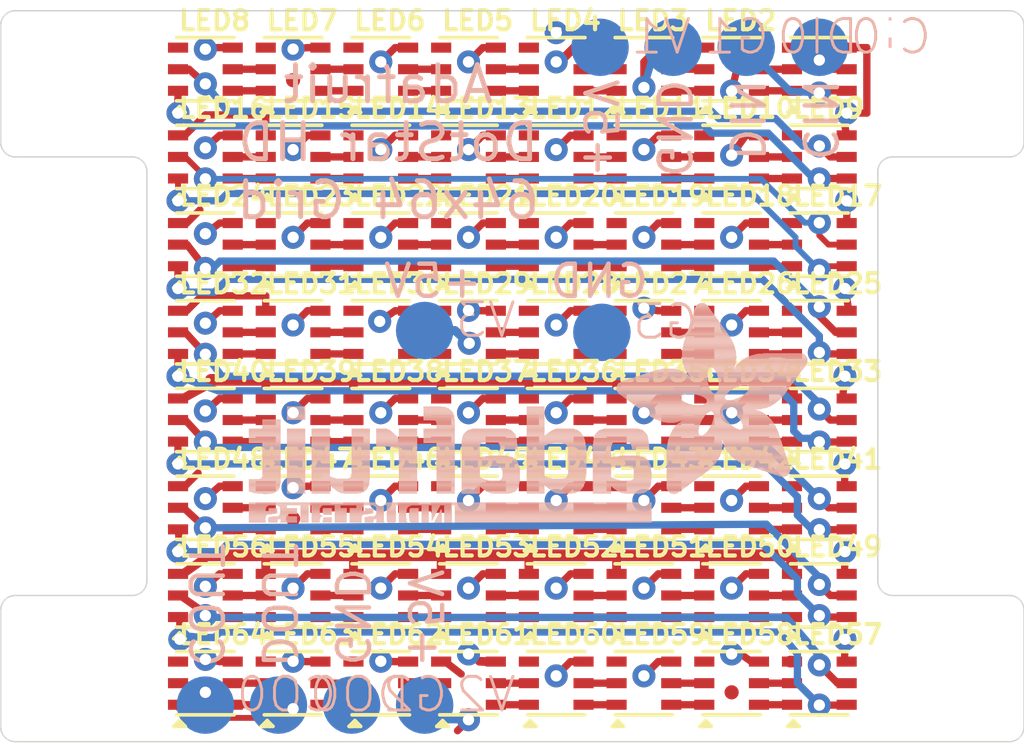
<source format=kicad_pcb>
(kicad_pcb (version 20211014) (generator pcbnew)
  (layers (0 "F.Cu" signal) (31 "B.Cu" signal) (34 "B.Paste" user) (35 "F.Paste" user) (36 "B.SilkS" user "B.Silkscreen") (37 "F.SilkS" user "F.Silkscreen") (38 "B.Mask" user) (39 "F.Mask" user) (44 "Edge.Cuts" user))
  (net 0 "")
  (net 1 "N$1")
  (net 2 "N$2")
  (net 3 "N$3")
  (net 4 "N$4")
  (net 5 "N$5")
  (net 6 "N$6")
  (net 7 "N$7")
  (net 8 "N$8")
  (net 9 "N$9")
  (net 10 "N$10")
  (net 11 "N$11")
  (net 12 "N$12")
  (net 13 "N$13")
  (net 14 "N$14")
  (net 15 "GND")
  (net 16 "N$15")
  (net 17 "N$16")
  (net 18 "N$17")
  (net 19 "N$18")
  (net 20 "N$19")
  (net 21 "N$20")
  (net 22 "N$21")
  (net 23 "N$22")
  (net 24 "N$23")
  (net 25 "N$24")
  (net 26 "N$25")
  (net 27 "N$26")
  (net 28 "N$27")
  (net 29 "N$28")
  (net 30 "N$29")
  (net 31 "N$30")
  (net 32 "N$31")
  (net 33 "N$32")
  (net 34 "N$33")
  (net 35 "N$34")
  (net 36 "N$35")
  (net 37 "N$36")
  (net 38 "N$37")
  (net 39 "N$38")
  (net 40 "N$39")
  (net 41 "N$40")
  (net 42 "N$41")
  (net 43 "N$42")
  (net 44 "N$43")
  (net 45 "N$44")
  (net 46 "N$45")
  (net 47 "N$46")
  (net 48 "N$47")
  (net 49 "N$48")
  (net 50 "N$49")
  (net 51 "N$50")
  (net 52 "N$51")
  (net 53 "N$52")
  (net 54 "N$53")
  (net 55 "N$54")
  (net 56 "N$55")
  (net 57 "N$56")
  (net 58 "N$57")
  (net 59 "N$58")
  (net 60 "N$59")
  (net 61 "N$60")
  (net 62 "N$61")
  (net 63 "N$62")
  (net 64 "N$63")
  (net 65 "N$64")
  (net 66 "N$65")
  (net 67 "N$66")
  (net 68 "N$67")
  (net 69 "N$68")
  (net 70 "N$69")
  (net 71 "N$70")
  (net 72 "N$71")
  (net 73 "N$72")
  (net 74 "N$73")
  (net 75 "N$74")
  (net 76 "N$75")
  (net 77 "N$76")
  (net 78 "N$77")
  (net 79 "N$78")
  (net 80 "N$79")
  (net 81 "N$80")
  (net 82 "N$81")
  (net 83 "N$82")
  (net 84 "N$83")
  (net 85 "N$84")
  (net 86 "N$85")
  (net 87 "N$86")
  (net 88 "N$87")
  (net 89 "N$88")
  (net 90 "N$89")
  (net 91 "N$90")
  (net 92 "N$91")
  (net 93 "N$92")
  (net 94 "N$93")
  (net 95 "N$94")
  (net 96 "N$95")
  (net 97 "N$96")
  (net 98 "N$97")
  (net 99 "N$98")
  (net 100 "N$99")
  (net 101 "N$100")
  (net 102 "N$101")
  (net 103 "N$102")
  (net 104 "N$103")
  (net 105 "N$104")
  (net 106 "N$105")
  (net 107 "N$106")
  (net 108 "N$107")
  (net 109 "N$108")
  (net 110 "N$109")
  (net 111 "N$110")
  (net 112 "N$111")
  (net 113 "N$112")
  (net 114 "N$113")
  (net 115 "N$114")
  (net 116 "N$115")
  (net 117 "N$116")
  (net 118 "N$117")
  (net 119 "N$118")
  (net 120 "N$119")
  (net 121 "N$120")
  (net 122 "N$121")
  (net 123 "N$122")
  (net 124 "N$123")
  (net 125 "N$124")
  (net 126 "N$125")
  (net 127 "N$126")
  (net 128 "DIN")
  (net 129 "CIN")
  (net 130 "VDD")
  (net 131 "C0")
  (net 132 "D0")
  (footprint "boardEagle:APA102_2020" (layer "F.Cu") (at 146.9771 94.3356)
    (fp_text reference "LED5")
    (fp_text value "")
  )
  (footprint "boardEagle:APA102_2020" (layer "F.Cu") (at 143.9291 109.5756)
    (fp_text reference "LED46")
    (fp_text value "")
  )
  (footprint "boardEagle:APA102_2020" (layer "F.Cu") (at 140.8811 109.5756)
    (fp_text reference "LED47")
    (fp_text value "")
  )
  (footprint "boardEagle:APA102_2020" (layer "F.Cu") (at 137.8331 94.3356)
    (fp_text reference "LED8")
    (fp_text value "")
  )
  (footprint "boardEagle:FIDUCIAL_0.5MM" (layer "F.Cu") (at 140.8811 109.9566)
    (fp_text reference "FID3" hide)
    (fp_text value "FIDUCIAL_0.5MM" hide)
  )
  (footprint "boardEagle:APA102_2020" (layer "F.Cu") (at 153.0731 112.6236)
    (fp_text reference "LED51")
    (fp_text value "")
  )
  (footprint "" (layer "F.Cu") (at 161.5821 94.8436)
    (fp_text reference "@HOLE15" hide)
    (fp_text value "")
  )
  (footprint "" (layer "F.Cu") (at 135.4201 114.2111)
    (fp_text reference "@HOLE5" hide)
    (fp_text value "")
  )
  (footprint "boardEagle:APA102_2020" (layer "F.Cu") (at 137.8331 112.6236)
    (fp_text reference "LED56")
    (fp_text value "")
  )
  (footprint "boardEagle:APA102_2020" (layer "F.Cu") (at 143.9291 94.3356)
    (fp_text reference "LED6")
    (fp_text value "")
  )
  (footprint "boardEagle:APA102_2020" (layer "F.Cu") (at 137.8331 103.4796)
    (fp_text reference "LED32")
    (fp_text value "")
  )
  (footprint "boardEagle:APA102_2020" (layer "F.Cu") (at 140.8811 97.3836)
    (fp_text reference "LED15")
    (fp_text value "")
  )
  (footprint "boardEagle:APA102_2020" (layer "F.Cu") (at 146.9771 115.6716)
    (fp_text reference "LED61")
    (fp_text value "")
  )
  (footprint "boardEagle:APA102_2020" (layer "F.Cu") (at 156.1211 94.3356)
    (fp_text reference "LED2")
    (fp_text value "")
  )
  (footprint "boardEagle:APA102_2020" (layer "F.Cu") (at 156.1211 115.6716)
    (fp_text reference "LED58")
    (fp_text value "")
  )
  (footprint "boardEagle:APA102_2020" (layer "F.Cu") (at 143.9291 115.6716)
    (fp_text reference "LED62")
    (fp_text value "")
  )
  (footprint "" (layer "F.Cu") (at 161.5821 116.1161)
    (fp_text reference "@HOLE23" hide)
    (fp_text value "")
  )
  (footprint "boardEagle:FIDUCIAL_0.5MM" (layer "F.Cu") (at 140.8811 94.7166)
    (fp_text reference "FID1" hide)
    (fp_text value "FIDUCIAL_0.5MM" hide)
  )
  (footprint "boardEagle:APA102_2020" (layer "F.Cu") (at 153.0731 115.6716)
    (fp_text reference "LED59")
    (fp_text value "")
  )
  (footprint "" (layer "F.Cu") (at 135.4201 94.8436)
    (fp_text reference "@HOLE9" hide)
    (fp_text value "")
  )
  (footprint "boardEagle:APA102_2020" (layer "F.Cu") (at 146.9771 106.5276)
    (fp_text reference "LED37")
    (fp_text value "")
  )
  (footprint "boardEagle:APA102_2020" (layer "F.Cu") (at 159.1691 97.3836)
    (fp_text reference "LED9")
    (fp_text value "")
  )
  (footprint "boardEagle:APA102_2020" (layer "F.Cu") (at 137.8331 109.5756)
    (fp_text reference "LED48")
    (fp_text value "")
  )
  (footprint "boardEagle:APA102_2020" (layer "F.Cu") (at 153.0731 100.4316)
    (fp_text reference "LED19")
    (fp_text value "")
  )
  (footprint "boardEagle:APA102_2020" (layer "F.Cu") (at 146.9771 103.4796)
    (fp_text reference "LED29")
    (fp_text value "")
  )
  (footprint "boardEagle:APA102_2020" (layer "F.Cu") (at 150.0251 97.3836)
    (fp_text reference "LED12")
    (fp_text value "")
  )
  (footprint "boardEagle:APA102_2020" (layer "F.Cu") (at 156.1211 106.5276)
    (fp_text reference "LED34")
    (fp_text value "")
  )
  (footprint "boardEagle:APA102_2020" (layer "F.Cu") (at 140.8811 112.6236)
    (fp_text reference "LED55")
    (fp_text value "")
  )
  (footprint "boardEagle:APA102_2020" (layer "F.Cu") (at 146.9771 97.3836)
    (fp_text reference "LED13")
    (fp_text value "")
  )
  (footprint "boardEagle:APA102_2020" (layer "F.Cu") (at 153.0731 109.5756)
    (fp_text reference "LED43")
    (fp_text value "")
  )
  (footprint "" (layer "F.Cu") (at 135.4201 115.1636)
    (fp_text reference "@HOLE3" hide)
    (fp_text value "")
  )
  (footprint "boardEagle:APA102_2020" (layer "F.Cu") (at 137.8331 97.3836)
    (fp_text reference "LED16")
    (fp_text value "")
  )
  (footprint "boardEagle:APA102_2020" (layer "F.Cu") (at 156.1211 103.4796)
    (fp_text reference "LED26")
    (fp_text value "")
  )
  (footprint "boardEagle:APA102_2020" (layer "F.Cu") (at 153.0731 97.3836)
    (fp_text reference "LED11")
    (fp_text value "")
  )
  (footprint "boardEagle:APA102_2020" (layer "F.Cu") (at 143.9291 112.6236)
    (fp_text reference "LED54")
    (fp_text value "")
  )
  (footprint "boardEagle:APA102_2020" (layer "F.Cu") (at 143.9291 97.3836)
    (fp_text reference "LED14")
    (fp_text value "")
  )
  (footprint "" (layer "F.Cu") (at 161.5821 113.2586)
    (fp_text reference "@HOLE19" hide)
    (fp_text value "")
  )
  (footprint "boardEagle:APA102_2020" (layer "F.Cu") (at 150.0251 106.5276)
    (fp_text reference "LED36")
    (fp_text value "")
  )
  (footprint "boardEagle:APA102_2020" (layer "F.Cu") (at 143.9291 106.5276)
    (fp_text reference "LED38")
    (fp_text value "")
  )
  (footprint "boardEagle:APA102_2020" (layer "F.Cu") (at 159.1691 115.6716)
    (fp_text reference "LED57")
    (fp_text value "")
  )
  (footprint "" (layer "F.Cu") (at 133.2611 115.1636)
    (fp_text reference "@HOLE0" hide)
    (fp_text value "")
  )
  (footprint "boardEagle:APA102_2020" (layer "F.Cu") (at 137.8331 106.5276)
    (fp_text reference "LED40")
    (fp_text value "")
  )
  (footprint "boardEagle:APA102_2020" (layer "F.Cu") (at 159.1691 103.4796)
    (fp_text reference "LED25")
    (fp_text value "")
  )
  (footprint "boardEagle:APA102_2020" (layer "F.Cu") (at 153.0731 103.4796)
    (fp_text reference "LED27")
    (fp_text value "")
  )
  (footprint "boardEagle:APA102_2020" (layer "F.Cu") (at 156.1211 112.6236)
    (fp_text reference "LED50")
    (fp_text value "")
  )
  (footprint "boardEagle:APA102_2020" (layer "F.Cu") (at 159.1691 106.5276)
    (fp_text reference "LED33")
    (fp_text value "")
  )
  (footprint "boardEagle:APA102_2020" (layer "F.Cu") (at 150.0251 103.4796)
    (fp_text reference "LED28")
    (fp_text value "")
  )
  (footprint "" (layer "F.Cu") (at 161.5821 95.7961)
    (fp_text reference "@HOLE17" hide)
    (fp_text value "")
  )
  (footprint "boardEagle:APA102_2020" (layer "F.Cu") (at 159.1691 112.6236)
    (fp_text reference "LED49")
    (fp_text value "")
  )
  (footprint "" (layer "F.Cu") (at 135.4201 96.7486)
    (fp_text reference "@HOLE7" hide)
    (fp_text value "")
  )
  (footprint "boardEagle:APA102_2020" (layer "F.Cu") (at 153.0731 106.5276)
    (fp_text reference "LED35")
    (fp_text value "")
  )
  (footprint "boardEagle:APA102_2020" (layer "F.Cu") (at 159.1691 100.4316)
    (fp_text reference "LED17")
    (fp_text value "")
  )
  (footprint "" (layer "F.Cu") (at 161.5821 92.9386)
    (fp_text reference "@HOLE13" hide)
    (fp_text value "")
  )
  (footprint "boardEagle:APA102_2020" (layer "F.Cu") (at 140.8811 94.3356)
    (fp_text reference "LED7")
    (fp_text value "")
  )
  (footprint "" (layer "F.Cu") (at 163.7411 94.8436)
    (fp_text reference "@HOLE12" hide)
    (fp_text value "")
  )
  (footprint "" (layer "F.Cu") (at 161.5821 93.8911)
    (fp_text reference "@HOLE14" hide)
    (fp_text value "")
  )
  (footprint "" (layer "F.Cu") (at 161.5821 117.0686)
    (fp_text reference "@HOLE22" hide)
    (fp_text value "")
  )
  (footprint "" (layer "F.Cu") (at 135.4201 113.2586)
    (fp_text reference "@HOLE4" hide)
    (fp_text value "")
  )
  (footprint "boardEagle:APA102_2020" (layer "F.Cu") (at 146.9771 112.6236)
    (fp_text reference "LED53")
    (fp_text value "")
  )
  (footprint "" (layer "F.Cu") (at 135.4201 92.9386)
    (fp_text reference "@HOLE10" hide)
    (fp_text value "")
  )
  (footprint "boardEagle:APA102_2020" (layer "F.Cu") (at 153.0731 94.3356)
    (fp_text reference "LED3")
    (fp_text value "")
  )
  (footprint "boardEagle:APA102_2020" (layer "F.Cu") (at 146.9771 109.5756)
    (fp_text reference "LED45")
    (fp_text value "")
  )
  (footprint "" (layer "F.Cu") (at 161.5821 115.1636)
    (fp_text reference "@HOLE21" hide)
    (fp_text value "")
  )
  (footprint "boardEagle:APA102_2020" (layer "F.Cu") (at 150.0251 100.4316)
    (fp_text reference "LED20")
    (fp_text value "")
  )
  (footprint "boardEagle:APA102_2020" (layer "F.Cu") (at 146.9771 100.4316)
    (fp_text reference "LED21")
    (fp_text value "")
  )
  (footprint "boardEagle:APA102_2020" (layer "F.Cu") (at 137.8331 115.6716)
    (fp_text reference "LED64")
    (fp_text value "")
  )
  (footprint "boardEagle:APA102_2020" (layer "F.Cu") (at 156.1211 100.4316)
    (fp_text reference "LED18")
    (fp_text value "")
  )
  (footprint "boardEagle:APA102_2020" (layer "F.Cu") (at 150.0251 109.5756)
    (fp_text reference "LED44")
    (fp_text value "")
  )
  (footprint "boardEagle:APA102_2020" (layer "F.Cu") (at 150.0251 94.3356)
    (fp_text reference "LED4")
    (fp_text value "")
  )
  (footprint "boardEagle:APA102_2020" (layer "F.Cu") (at 143.9291 100.4316)
    (fp_text reference "LED22")
    (fp_text value "")
  )
  (footprint "" (layer "F.Cu") (at 161.5821 96.7486)
    (fp_text reference "@HOLE16" hide)
    (fp_text value "")
  )
  (footprint "boardEagle:APA102_2020" (layer "F.Cu") (at 156.1211 97.3836)
    (fp_text reference "LED10")
    (fp_text value "")
  )
  (footprint "" (layer "F.Cu") (at 161.5821 114.2111)
    (fp_text reference "@HOLE20" hide)
    (fp_text value "")
  )
  (footprint "boardEagle:APA102_2020" (layer "F.Cu") (at 140.8811 115.6716)
    (fp_text reference "LED63")
    (fp_text value "")
  )
  (footprint "boardEagle:APA102_2020" (layer "F.Cu") (at 140.8811 106.5276)
    (fp_text reference "LED39")
    (fp_text value "")
  )
  (footprint "" (layer "F.Cu") (at 135.4201 95.7961)
    (fp_text reference "@HOLE8" hide)
    (fp_text value "")
  )
  (footprint "boardEagle:APA102_2020" (layer "F.Cu") (at 140.8811 103.4796)
    (fp_text reference "LED31")
    (fp_text value "")
  )
  (footprint "" (layer "F.Cu") (at 135.4201 117.0686)
    (fp_text reference "@HOLE1" hide)
    (fp_text value "")
  )
  (footprint "" (layer "F.Cu") (at 133.2611 94.8436)
    (fp_text reference "@HOLE6" hide)
    (fp_text value "")
  )
  (footprint "boardEagle:APA102_2020" (layer "F.Cu") (at 159.1691 94.3356)
    (fp_text reference "LED1" hide)
    (fp_text value "")
  )
  (footprint "boardEagle:APA102_2020" (layer "F.Cu") (at 140.8811 100.4316)
    (fp_text reference "LED23")
    (fp_text value "")
  )
  (footprint "" (layer "F.Cu") (at 135.4201 93.8911)
    (fp_text reference "@HOLE11" hide)
    (fp_text value "")
  )
  (footprint "boardEagle:APA102_2020" (layer "F.Cu") (at 137.8331 100.4316)
    (fp_text reference "LED24")
    (fp_text value "")
  )
  (footprint "boardEagle:APA102_2020" (layer "F.Cu") (at 150.0251 115.6716)
    (fp_text reference "LED60")
    (fp_text value "")
  )
  (footprint "boardEagle:APA102_2020" (layer "F.Cu") (at 156.1211 109.5756)
    (fp_text reference "LED42")
    (fp_text value "")
  )
  (footprint "boardEagle:APA102_2020" (layer "F.Cu") (at 159.1691 109.5756)
    (fp_text reference "LED41")
    (fp_text value "")
  )
  (footprint "boardEagle:FIDUCIAL_0.5MM" (layer "F.Cu") (at 156.1211 115.9891)
    (fp_text reference "FID2" hide)
    (fp_text value "FIDUCIAL_0.5MM" hide)
  )
  (footprint "boardEagle:APA102_2020" (layer "F.Cu") (at 143.9291 103.4796)
    (fp_text reference "LED30")
    (fp_text value "")
  )
  (footprint "boardEagle:APA102_2020" (layer "F.Cu") (at 150.0251 112.6236)
    (fp_text reference "LED52")
    (fp_text value "")
  )
  (footprint "" (layer "F.Cu") (at 135.4201 116.1161)
    (fp_text reference "@HOLE2" hide)
    (fp_text value "")
  )
  (footprint "" (layer "F.Cu") (at 163.7411 115.1636)
    (fp_text reference "@HOLE18" hide)
    (fp_text value "")
  )
  (footprint "boardEagle:TP20R" (layer "B.Cu") (at 154.0891 93.5736 180)
    (fp_text reference "G1")
    (fp_text value "TPTP20R")
  )
  (footprint "boardEagle:ADAFRUIT_TEXT_20MM" (layer "B.Cu") (at 158.9151 110.0836 180)
    (fp_text reference "U$1" hide)
    (fp_text value "" hide)
  )
  (footprint "boardEagle:TP20R" (layer "B.Cu") (at 151.5491 93.5736 180)
    (fp_text reference "V1")
    (fp_text value "TPTP20R")
  )
  (footprint "boardEagle:TP20R" (layer "B.Cu") (at 159.1691 93.5736 180)
    (fp_text reference "CI0")
    (fp_text value "TPTP20R")
  )
  (footprint "boardEagle:TP20R" (layer "B.Cu") (at 145.4531 103.4161 180)
    (fp_text reference "V3")
    (fp_text value "TPTP20R")
  )
  (footprint "boardEagle:TP20R" (layer "B.Cu") (at 156.6291 93.5736 180)
    (fp_text reference "DI0")
    (fp_text value "TPTP20R")
  )
  (footprint "boardEagle:TP20R" (layer "B.Cu") (at 145.4531 116.4336 180)
    (fp_text reference "V2")
    (fp_text value "TPTP20R")
  )
  (footprint "boardEagle:TP20R" (layer "B.Cu") (at 140.3731 116.4336 180)
    (fp_text reference "DO0")
    (fp_text value "TPTP20R")
  )
  (footprint "boardEagle:TP20R" (layer "B.Cu") (at 142.9131 116.4336 180)
    (fp_text reference "G2")
    (fp_text value "TPTP20R")
  )
  (footprint "boardEagle:TP20R" (layer "B.Cu") (at 137.8331 116.4336 180)
    (fp_text reference "CO0")
    (fp_text value "TPTP20R")
  )
  (footprint "boardEagle:TP20R" (layer "B.Cu") (at 151.6126 103.4796 180)
    (fp_text reference "G3")
    (fp_text value "TPTP20R")
  )
  (gr_arc (start 165.7731 92.3036) (mid 166.13231 92.45239) (end 166.2811 92.8116) (layer "Edge.Cuts") (width 0.05))
  (gr_line (start 166.2811 117.1956) (end 166.2811 113.1316) (layer "Edge.Cuts") (width 0.05))
  (gr_line (start 165.7731 117.7036) (end 131.2291 117.7036) (layer "Edge.Cuts") (width 0.05))
  (gr_line (start 135.8011 97.8916) (end 135.8011 112.1156) (layer "Edge.Cuts") (width 0.05))
  (gr_arc (start 135.8011 112.1156) (mid 135.65231 112.47481) (end 135.2931 112.6236) (layer "Edge.Cuts") (width 0.05))
  (gr_arc (start 161.2011 97.8916) (mid 161.34989 97.53239) (end 161.7091 97.3836) (layer "Edge.Cuts") (width 0.05))
  (gr_line (start 166.2811 92.8116) (end 166.2811 96.8756) (layer "Edge.Cuts") (width 0.05))
  (gr_arc (start 166.2811 117.1956) (mid 166.13231 117.55481) (end 165.7731 117.7036) (layer "Edge.Cuts") (width 0.05))
  (gr_line (start 165.7731 92.3036) (end 131.2291 92.3036) (layer "Edge.Cuts") (width 0.05))
  (gr_arc (start 131.2291 117.7036) (mid 130.86989 117.55481) (end 130.7211 117.1956) (layer "Edge.Cuts") (width 0.05))
  (gr_line (start 131.2291 112.6236) (end 135.2931 112.6236) (layer "Edge.Cuts") (width 0.05))
  (gr_arc (start 161.7091 112.6236) (mid 161.34989 112.47481) (end 161.2011 112.1156) (layer "Edge.Cuts") (width 0.05))
  (gr_arc (start 131.2291 97.3836) (mid 130.86989 97.23481) (end 130.7211 96.8756) (layer "Edge.Cuts") (width 0.05))
  (gr_arc (start 130.7211 113.1316) (mid 130.86989 112.77239) (end 131.2291 112.6236) (layer "Edge.Cuts") (width 0.05))
  (gr_line (start 131.2291 97.3836) (end 135.2931 97.3836) (layer "Edge.Cuts") (width 0.05))
  (gr_line (start 130.7211 117.1956) (end 130.7211 113.1316) (layer "Edge.Cuts") (width 0.05))
  (gr_line (start 161.2011 97.8916) (end 161.2011 112.1156) (layer "Edge.Cuts") (width 0.05))
  (gr_line (start 165.7731 97.3836) (end 161.7091 97.3836) (layer "Edge.Cuts") (width 0.05))
  (gr_line (start 130.7211 92.8116) (end 130.7211 96.8756) (layer "Edge.Cuts") (width 0.05))
  (gr_arc (start 166.2811 96.8756) (mid 166.13231 97.23481) (end 165.7731 97.3836) (layer "Edge.Cuts") (width 0.05))
  (gr_arc (start 165.7731 112.6236) (mid 166.13231 112.77239) (end 166.2811 113.1316) (layer "Edge.Cuts") (width 0.05))
  (gr_line (start 161.7091 112.6236) (end 165.7731 112.6236) (layer "Edge.Cuts") (width 0.05))
  (gr_arc (start 130.7211 92.8116) (mid 130.86989 92.45239) (end 131.2291 92.3036) (layer "Edge.Cuts") (width 0.05))
  (gr_arc (start 135.2931 97.3836) (mid 135.65231 97.53239) (end 135.8011 97.8916) (layer "Edge.Cuts") (width 0.05))
  (gr_text "GND" (at 142.9131 115.1636 -90) (layer "B.SilkS") (effects (font (size 1.1176 1.1176) (thickness 0.1524)) (justify left mirror)))
  (gr_text "COUT" (at 137.8331 115.2271 -90) (layer "B.SilkS") (effects (font (size 1.1176 1.1176) (thickness 0.1524)) (justify left mirror)))
  (gr_text "GND" (at 154.0891 94.5896 -90) (layer "B.SilkS") (effects (font (size 1.1176 1.1176) (thickness 0.1524)) (justify right mirror)))
  (gr_text "+5V" (at 151.5491 94.5896 -90) (layer "B.SilkS") (effects (font (size 1.1176 1.1176) (thickness 0.1524)) (justify right mirror)))
  (gr_text "DIN" (at 156.6291 94.5896 -90) (layer "B.SilkS") (effects (font (size 1.1176 1.1176) (thickness 0.1524)) (justify right mirror)))
  (gr_text "+5V" (at 145.4531 115.2271 -90) (layer "B.SilkS") (effects (font (size 1.1176 1.1176) (thickness 0.1524)) (justify left mirror)))
  (gr_text "DOUT" (at 140.3731 115.2271 -90) (layer "B.SilkS") (effects (font (size 1.1176 1.1176) (thickness 0.1524)) (justify left mirror)))
  (gr_text "CIN" (at 159.1691 94.5896 -90) (layer "B.SilkS") (effects (font (size 1.1176 1.1176) (thickness 0.1524)) (justify right mirror)))
  (gr_text "GND" (at 153.3271 101.7016) (layer "B.SilkS") (effects (font (size 1.1176 1.1176) (thickness 0.1524)) (justify left mirror)))
  (gr_text "+5V" (at 147.5486 101.7016) (layer "B.SilkS") (effects (font (size 1.1176 1.1176) (thickness 0.1524)) (justify left mirror)))
  (gr_text "Adafruit\nDotStar HD\n64x64 Grid" (at 144.1831 96.8756) (layer "B.SilkS") (effects (font (size 1.251712 1.251712) (thickness 0.170688)) (justify mirror)))
  (segment (start 157.0711 95.0856) (end 158.2191 95.0856) (width 0.254) (layer "F.Cu") (net 1))
  (segment (start 157.0711 94.3356) (end 158.2191 94.3356) (width 0.254) (layer "F.Cu") (net 2))
  (segment (start 154.0231 95.0856) (end 155.1711 95.0856) (width 0.254) (layer "F.Cu") (net 3))
  (segment (start 154.0231 94.3356) (end 155.1711 94.3356) (width 0.254) (layer "F.Cu") (net 4))
  (segment (start 150.9751 95.0856) (end 152.1231 95.0856) (width 0.254) (layer "F.Cu") (net 5))
  (segment (start 150.9751 94.3356) (end 152.1231 94.3356) (width 0.254) (layer "F.Cu") (net 6))
  (segment (start 147.9271 95.0856) (end 149.0751 95.0856) (width 0.254) (layer "F.Cu") (net 7))
  (segment (start 147.9271 94.3356) (end 149.0751 94.3356) (width 0.254) (layer "F.Cu") (net 8))
  (segment (start 144.8791 95.0856) (end 146.0271 95.0856) (width 0.254) (layer "F.Cu") (net 9))
  (segment (start 144.8791 94.3356) (end 146.0271 94.3356) (width 0.254) (layer "F.Cu") (net 10))
  (segment (start 141.8311 95.0856) (end 142.9791 95.0856) (width 0.254) (layer "F.Cu") (net 11))
  (segment (start 141.8311 94.3356) (end 142.9791 94.3356) (width 0.254) (layer "F.Cu") (net 12))
  (segment (start 138.7831 95.0856) (end 139.9311 95.0856) (width 0.254) (layer "F.Cu") (net 13))
  (segment (start 138.7831 94.3356) (end 139.9311 94.3356) (width 0.254) (layer "F.Cu") (net 14))
  (segment (start 160.1731 102.6026) (end 160.1191 102.7296) (width 0.254) (layer "F.Cu") (net 15))
  (segment (start 150.0251 97.1296) (end 150.5211 96.6336) (width 0.254) (layer "F.Cu") (net 15))
  (segment (start 146.9771 106.2736) (end 147.4731 105.7776) (width 0.254) (layer "F.Cu") (net 15))
  (segment (start 150.9751 93.5856) (end 150.6481 93.5856) (width 0.3048) (layer "F.Cu") (net 15))
  (segment (start 146.9771 109.3216) (end 147.4731 108.8256) (width 0.254) (layer "F.Cu") (net 15))
  (segment (start 137.8846 93.5856) (end 137.8331 93.6371) (width 0.254) (layer "F.Cu") (net 15))
  (segment (start 144.4251 99.6816) (end 144.8791 99.6816) (width 0.254) (layer "F.Cu") (net 15))
  (segment (start 150.5211 96.6336) (end 150.9751 96.6336) (width 0.254) (layer "F.Cu") (net 15))
  (segment (start 160.1191 96.6336) (end 160.0581 96.3136) (width 0.254) (layer "F.Cu") (net 15))
  (segment (start 153.0731 94.0816) (end 153.5691 93.5856) (width 0.254) (layer "F.Cu") (net 15))
  (segment (start 147.4731 108.8256) (end 147.9271 108.8256) (width 0.254) (layer "F.Cu") (net 15))
  (segment (start 138.3291 105.7776) (end 138.7831 105.7776) (width 0.254) (layer "F.Cu") (net 15))
  (segment (start 137.8331 112.3061) (end 138.3291 111.8736) (width 0.254) (layer "F.Cu") (net 15))
  (segment (start 153.0731 106.2736) (end 153.5691 105.7776) (width 0.254) (layer "F.Cu") (net 15))
  (segment (start 160.0461 114.9216) (end 160.1191 114.9216) (width 0.254) (layer "F.Cu") (net 15))
  (segment (start 144.4251 108.8256) (end 144.8791 108.8256) (width 0.254) (layer "F.Cu") (net 15))
  (segment (start 143.9291 114.9096) (end 144.4251 114.9216) (width 0.254) (layer "F.Cu") (net 15))
  (segment (start 147.6001 114.9216) (end 147.3581 114.9096) (width 0.3048) (layer "F.Cu") (net 15))
  (segment (start 141.3771 105.7776) (end 141.8311 105.7776) (width 0.254) (layer "F.Cu") (net 15))
  (segment (start 153.5691 111.8736) (end 154.0231 111.8736) (width 0.254) (layer "F.Cu") (net 15))
  (segment (start 140.8811 103.2256) (end 141.3771 102.7296) (width 0.254) (layer "F.Cu") (net 15))
  (segment (start 138.3291 102.7296) (end 138.7831 102.7296) (width 0.254) (layer "F.Cu") (net 15))
  (segment (start 138.3291 111.8736) (end 138.7831 111.8736) (width 0.254) (layer "F.Cu") (net 15))
  (segment (start 153.0731 97.1296) (end 153.5691 96.6336) (width 0.254) (layer "F.Cu") (net 15))
  (segment (start 144.4251 93.5856) (end 144.8791 93.5856) (width 0.254) (layer "F.Cu") (net 15))
  (segment (start 140.8811 112.3696) (end 141.3771 111.8736) (width 0.254) (layer "F.Cu") (net 15))
  (segment (start 160.0581 101.9556) (end 160.1731 102.6026) (width 0.254) (layer "F.Cu") (net 15))
  (segment (start 153.5691 114.9216) (end 154.0231 114.9216) (width 0.254) (layer "F.Cu") (net 15))
  (segment (start 150.5211 99.6816) (end 150.9751 99.6816) (width 0.254) (layer "F.Cu") (net 15))
  (segment (start 156.1211 100.1776) (end 156.6171 99.6816) (width 0.254) (layer "F.Cu") (net 15))
  (segment (start 156.6171 99.6816) (end 157.0711 99.6816) (width 0.254) (layer "F.Cu") (net 15))
  (segment (start 140.8811 93.6371) (end 141.3771 93.5856) (width 0.254) (layer "F.Cu") (net 15))
  (segment (start 144.4251 96.6336) (end 144.8791 96.6336) (width 0.254) (layer "F.Cu") (net 15))
  (segment (start 160.0581 114.1476) (end 160.0461 114.9216) (width 0.254) (layer "F.Cu") (net 15))
  (segment (start 141.3771 102.7296) (end 141.8311 102.7296) (width 0.254) (layer "F.Cu") (net 15))
  (segment (start 150.0251 115.4176) (end 150.5211 114.9216) (width 0.254) (layer "F.Cu") (net 15))
  (segment (start 138.3291 96.6336) (end 137.8331 97.0661) (width 0.254) (layer "F.Cu") (net 15))
  (segment (start 156.1211 106.2736) (end 156.6171 105.7776) (width 0.254) (layer "F.Cu") (net 15))
  (segment (start 150.0251 100.1776) (end 150.5211 99.6816) (width 0.254) (layer "F.Cu") (net 15))
  (segment (start 156.4266 93.8396) (end 157.0711 93.5856) (width 0.254) (layer "F.Cu") (net 15))
  (segment (start 141.3771 108.8256) (end 141.8311 108.8256) (width 0.254) (layer "F.Cu") (net 15))
  (segment (start 140.8811 100.1776) (end 141.3771 99.6816) (width 0.254) (layer "F.Cu") (net 15))
  (segment (start 137.8331 103.1621) (end 138.3291 102.7296) (width 0.254) (layer "F.Cu") (net 15))
  (segment (start 141.3771 93.5856) (end 141.8311 93.5856) (width 0.254) (layer "F.Cu") (net 15))
  (segment (start 141.3771 114.9216) (end 141.8311 114.9216) (width 0.254) (layer "F.Cu") (net 15))
  (segment (start 141.3771 111.8736) (end 141.8311 111.8736) (width 0.254) (layer "F.Cu") (net 15))
  (segment (start 156.6171 108.8256) (end 157.0711 108.8256) (width 0.254) (layer "F.Cu") (net 15))
  (segment (start 150.0251 94.0816) (end 150.1521 93.9546) (width 0.254) (layer "F.Cu") (net 15))
  (segment (start 137.8331 106.2101) (end 138.3291 105.7776) (width 0.254) (layer "F.Cu") (net 15))
  (segment (start 160.8201 93.5856) (end 160.8201 95.8596) (width 0.254) (layer "F.Cu") (net 15))
  (segment (start 150.5211 102.7296) (end 150.9751 102.7296) (width 0.254) (layer "F.Cu") (net 15))
  (segment (start 150.0251 109.3216) (end 150.5211 108.8256) (width 0.254) (layer "F.Cu") (net 15))
  (segment (start 156.6171 111.8736) (end 157.0711 111.8736) (width 0.254) (layer "F.Cu") (net 15))
  (segment (start 156.1211 97.3201) (end 156.6171 96.6336) (width 0.254) (layer "F.Cu") (net 15))
  (segment (start 153.0731 115.4176) (end 153.5691 114.9216) (width 0.254) (layer "F.Cu") (net 15))
  (segment (start 140.8811 114.9096) (end 141.3771 114.9216) (width 0.254) (layer "F.Cu") (net 15))
  (segment (start 160.0461 108.8256) (end 160.1191 108.8256) (width 0.254) (layer "F.Cu") (net 15))
  (segment (start 156.6171 96.6336) (end 157.0711 96.6336) (width 0.254) (layer "F.Cu") (net 15))
  (segment (start 144.4251 102.7296) (end 144.8791 102.7296) (width 0.254) (layer "F.Cu") (net 15))
  (segment (start 160.0581 96.3136) (end 160.1216 95.8596) (width 0.254) (layer "F.Cu") (net 15))
  (segment (start 160.0581 108.0516) (end 160.0461 108.8256) (width 0.254) (layer "F.Cu") (net 15))
  (segment (start 143.9291 106.2736) (end 144.4251 105.7776) (width 0.254) (layer "F.Cu") (net 15))
  (segment (start 153.5691 99.6816) (end 154.0231 99.6816) (width 0.254) (layer "F.Cu") (net 15))
  (segment (start 138.7831 93.5856) (end 137.8846 93.5856) (width 0.254) (layer "F.Cu") (net 15))
  (segment (start 156.2481 114.5286) (end 156.8076 114.9216) (width 0.254) (layer "F.Cu") (net 15))
  (segment (start 153.5691 96.6336) (end 154.0231 96.6336) (width 0.254) (layer "F.Cu") (net 15))
  (segment (start 160.1191 99.6816) (end 160.1216 99.6791) (width 0.254) (layer "F.Cu") (net 15))
  (segment (start 156.1211 112.3696) (end 156.6171 111.8736) (width 0.254) (layer "F.Cu") (net 15))
  (segment (start 153.0731 109.3216) (end 153.5691 108.8256) (width 0.254) (layer "F.Cu") (net 15))
  (segment (start 140.8811 108.8771) (end 141.3771 108.8256) (width 0.254) (layer "F.Cu") (net 15))
  (segment (start 153.0731 94.9706) (end 153.0731 94.0816) (width 0.254) (layer "F.Cu") (net 15))
  (segment (start 156.6171 102.7296) (end 157.0711 102.7296) (width 0.254) (layer "F.Cu") (net 15))
  (segment (start 160.8201 95.8596) (end 160.1216 95.8596) (width 0.254) (layer "F.Cu") (net 15))
  (segment (start 147.9271 114.9216) (end 147.6001 114.9216) (width 0.3048) (layer "F.Cu") (net 15))
  (segment (start 156.6171 105.7776) (end 157.0711 105.7776) (width 0.254) (layer "F.Cu") (net 15))
  (segment (start 153.5691 93.5856) (end 154.0231 93.5856) (width 0.254) (layer "F.Cu") (net 15))
  (segment (start 147.4731 99.6816) (end 147.9271 99.6816) (width 0.254) (layer "F.Cu") (net 15))
  (segment (start 141.3771 96.6336) (end 141.8311 96.6336) (width 0.254) (layer "F.Cu") (net 15))
  (segment (start 140.8811 106.2736) (end 141.3771 105.7776) (width 0.254) (layer "F.Cu") (net 15))
  (segment (start 160.0461 111.8736) (end 160.1191 111.8736) (width 0.254) (layer "F.Cu") (net 15))
  (segment (start 150.5211 111.8736) (end 150.9751 111.8736) (width 0.254) (layer "F.Cu") (net 15))
  (segment (start 153.5691 105.7776) (end 154.0231 105.7776) (width 0.254) (layer "F.Cu") (net 15))
  (segment (start 150.0251 103.2256) (end 150.5211 102.7296) (width 0.254) (layer "F.Cu") (net 15))
  (segment (start 160.1216 99.6791) (end 160.1216 98.9076) (width 0.254) (layer "F.Cu") (net 15))
  (segment (start 156.1211 103.2256) (end 156.6171 102.7296) (width 0.254) (layer "F.Cu") (net 15))
  (segment (start 143.9291 109.3216) (end 144.4251 108.8256) (width 0.254) (layer "F.Cu") (net 15))
  (segment (start 156.1211 95.0976) (end 156.4266 93.8396) (width 0.254) (layer "F.Cu") (net 15))
  (segment (start 143.9291 112.3696) (end 144.4251 111.8736) (width 0.254) (layer "F.Cu") (net 15))
  (segment (start 150.1521 93.9546) (end 150.2791 93.9546) (width 0.254) (layer "F.Cu") (net 15))
  (segment (start 138.7831 96.6336) (end 138.3291 96.6336) (width 0.254) (layer "F.Cu") (net 15))
  (segment (start 150.5211 105.7776) (end 150.9751 105.7776) (width 0.254) (layer "F.Cu") (net 15))
  (segment (start 143.9291 97.1296) (end 144.4251 96.6336) (width 0.254) (layer "F.Cu") (net 15))
  (segment (start 150.0251 112.3696) (end 150.5211 111.8736) (width 0.254) (layer "F.Cu") (net 15))
  (segment (start 140.8811 97.1296) (end 141.3771 96.6336) (width 0.254) (layer "F.Cu") (net 15))
  (segment (start 150.0251 106.2736) (end 150.5211 105.7776) (width 0.254) (layer "F.Cu") (net 15))
  (segment (start 160.0581 105.0036) (end 159.9826 105.7141) (width 0.254) (layer "F.Cu") (net 15))
  (segment (start 150.6481 93.5856) (end 150.2791 93.9546) (width 0.3048) (layer "F.Cu") (net 15))
  (segment (start 144.4251 111.8736) (end 144.8791 111.8736) (width 0.254) (layer "F.Cu") (net 15))
  (segment (start 147.4731 105.7776) (end 147.9271 105.7776) (width 0.254) (layer "F.Cu") (net 15))
  (segment (start 156.8076 114.9216) (end 157.0711 114.9216) (width 0.254) (layer "F.Cu") (net 15))
  (segment (start 160.1191 93.5856) (end 160.8201 93.5856) (width 0.254) (layer "F.Cu") (net 15))
  (segment (start 146.9771 97.1296) (end 147.4731 96.6336) (width 0.254) (layer "F.Cu") (net 15))
  (segment (start 147.4731 96.6336) (end 147.9271 96.6336) (width 0.254) (layer "F.Cu") (net 15))
  (segment (start 147.4731 111.8736) (end 147.9271 111.8736) (width 0.254) (layer "F.Cu") (net 15))
  (segment (start 137.8331 100.0506) (end 138.3291 99.6816) (width 0.254) (layer "F.Cu") (net 15))
  (segment (start 147.4731 93.5856) (end 147.9271 93.5856) (width 0.254) (layer "F.Cu") (net 15))
  (segment (start 160.0581 111.0996) (end 160.0461 111.8736) (width 0.254) (layer "F.Cu") (net 15))
  (segment (start 156.1211 114.6556) (end 156.1846 114.4651) (width 0.254) (layer "F.Cu") (net 15))
  (segment (start 144.4251 114.9216) (end 144.8791 114.9216) (width 0.254) (layer "F.Cu") (net 15))
  (segment (start 137.8331 109.2581) (end 138.3291 108.8256) (width 0.254) (layer "F.Cu") (net 15))
  (segment (start 146.9771 112.3696) (end 147.4731 111.8736) (width 0.254) (layer "F.Cu") (net 15))
  (segment (start 153.0731 100.1776) (end 153.5691 99.6816) (width 0.254) (layer "F.Cu") (net 15))
  (segment (start 159.9826 105.7141) (end 160.1191 105.7776) (width 0.254) (layer "F.Cu") (net 15))
  (segment (start 150.5211 114.9216) (end 150.9751 114.9216) (width 0.254) (layer "F.Cu") (net 15))
  (segment (start 138.3291 114.9216) (end 138.7831 114.9216) (width 0.254) (layer "F.Cu") (net 15))
  (segment (start 146.9771 114.6556) (end 147.3581 114.9096) (width 0.254) (layer "F.Cu") (net 15))
  (segment (start 137.8331 114.8461) (end 138.3291 114.9216) (width 0.254) (layer "F.Cu") (net 15))
  (segment (start 153.5691 102.7296) (end 154.0231 102.7296) (width 0.254) (layer "F.Cu") (net 15))
  (segment (start 144.4251 105.7776) (end 144.8791 105.7776) (width 0.254) (layer "F.Cu") (net 15))
  (segment (start 146.9771 102.7176) (end 147.4731 102.7296) (width 0.254) (layer "F.Cu") (net 15))
  (segment (start 153.0731 102.6414) (end 153.5691 102.7296) (width 0.254) (layer "F.Cu") (net 15))
  (segment (start 153.0731 112.3696) (end 153.5691 111.8736) (width 0.254) (layer "F.Cu") (net 15))
  (segment (start 156.1846 114.4651) (end 156.2481 114.5286) (width 0.254) (layer "F.Cu") (net 15))
  (segment (start 147.4731 102.7296) (end 147.9271 102.7296) (width 0.254) (layer "F.Cu") (net 15))
  (segment (start 138.3291 108.8256) (end 138.7831 108.8256) (width 0.254) (layer "F.Cu") (net 15))
  (segment (start 146.9771 94.0816) (end 147.4731 93.5856) (width 0.254) (layer "F.Cu") (net 15))
  (segment (start 143.9291 94.0816) (end 144.4251 93.5856) (width 0.254) (layer "F.Cu") (net 15))
  (segment (start 143.891 103.0986) (end 144.4251 102.7296) (width 0.254) (layer "F.Cu") (net 15))
  (segment (start 141.3771 99.6816) (end 141.8311 99.6816) (width 0.254) (layer "F.Cu") (net 15))
  (segment (start 143.9291 100.1776) (end 144.4251 99.6816) (width 0.254) (layer "F.Cu") (net 15))
  (segment (start 153.5691 108.8256) (end 154.0231 108.8256) (width 0.254) (layer "F.Cu") (net 15))
  (segment (start 138.3291 99.6816) (end 138.7831 99.6816) (width 0.254) (layer "F.Cu") (net 15))
  (segment (start 156.1211 109.3216) (end 156.6171 108.8256) (width 0.254) (layer "F.Cu") (net 15))
  (segment (start 150.5211 108.8256) (end 150.9751 108.8256) (width 0.254) (layer "F.Cu") (net 15))
  (segment (start 146.9771 100.1776) (end 147.4731 99.6816) (width 0.254) (layer "F.Cu") (net 15))
  (via (at 143.9291 97.1296) (size 0.8001) (drill 0.3937) (layers "F.Cu" "B.Cu") (net 15))
  (via (at 137.8331 114.8461) (size 0.8001) (drill 0.3937) (layers "F.Cu" "B.Cu") (net 15))
  (via (at 146.9771 109.3216) (size 0.8001) (drill 0.3937) (layers "F.Cu" "B.Cu") (net 15))
  (via (at 150.0251 100.1776) (size 0.8001) (drill 0.3937) (layers "F.Cu" "B.Cu") (net 15))
  (via (at 150.0251 115.4176) (size 0.8001) (drill 0.3937) (layers "F.Cu" "B.Cu") (net 15))
  (via (at 140.8811 100.1776) (size 0.8001) (drill 0.3937) (layers "F.Cu" "B.Cu") (net 15))
  (via (at 150.0251 109.3216) (size 0.8001) (drill 0.3937) (layers "F.Cu" "B.Cu") (net 15))
  (via (at 156.1211 103.2256) (size 0.8001) (drill 0.3937) (layers "F.Cu" "B.Cu") (net 15))
  (via (at 143.9291 112.3696) (size 0.8001) (drill 0.3937) (layers "F.Cu" "B.Cu") (net 15))
  (via (at 143.9291 106.2736) (size 0.8001) (drill 0.3937) (layers "F.Cu" "B.Cu") (net 15))
  (via (at 153.0731 100.1776) (size 0.8001) (drill 0.3937) (layers "F.Cu" "B.Cu") (net 15))
  (via (at 153.0731 109.3216) (size 0.8001) (drill 0.3937) (layers "F.Cu" "B.Cu") (net 15))
  (via (at 140.8811 97.1296) (size 0.8001) (drill 0.3937) (layers "F.Cu" "B.Cu") (net 15))
  (via (at 143.9291 109.3216) (size 0.8001) (drill 0.3937) (layers "F.Cu" "B.Cu") (net 15))
  (via (at 146.9771 114.6556) (size 0.8001) (drill 0.3937) (layers "F.Cu" "B.Cu") (net 15))
  (via (at 156.1211 95.0976) (size 0.8001) (drill 0.3937) (layers "F.Cu" "B.Cu") (net 15))
  (via (at 140.8811 103.2256) (size 0.8001) (drill 0.3937) (layers "F.Cu" "B.Cu") (net 15))
  (via (at 140.8811 93.6371) (size 0.8001) (drill 0.3937) (layers "F.Cu" "B.Cu") (net 15))
  (via (at 146.9771 94.0816) (size 0.8001) (drill 0.3937) (layers "F.Cu" "B.Cu") (net 15))
  (via (at 137.8331 93.6371) (size 0.8001) (drill 0.3937) (layers "F.Cu" "B.Cu") (net 15))
  (via (at 137.8331 109.2581) (size 0.8001) (drill 0.3937) (layers "F.Cu" "B.Cu") (net 15))
  (via (at 156.1211 100.1776) (size 0.8001) (drill 0.3937) (layers "F.Cu" "B.Cu") (net 15))
  (via (at 150.0251 94.0816) (size 0.8001) (drill 0.3937) (layers "F.Cu" "B.Cu") (net 15))
  (via (at 146.9771 100.1776) (size 0.8001) (drill 0.3937) (layers "F.Cu" "B.Cu") (net 15))
  (via (at 150.0251 97.1296) (size 0.8001) (drill 0.3937) (layers "F.Cu" "B.Cu") (net 15))
  (via (at 156.1211 112.3696) (size 0.8001) (drill 0.3937) (layers "F.Cu" "B.Cu") (net 15))
  (via (at 146.9771 112.3696) (size 0.8001) (drill 0.3937) (layers "F.Cu" "B.Cu") (net 15))
  (via (at 156.1211 97.3201) (size 0.8001) (drill 0.3937) (layers "F.Cu" "B.Cu") (net 15))
  (via (at 156.1211 114.6556) (size 0.8001) (drill 0.3937) (layers "F.Cu" "B.Cu") (net 15))
  (via (at 160.1216 98.9076) (size 0.8001) (drill 0.3937) (layers "F.Cu" "B.Cu") (net 15))
  (via (at 143.9291 94.0816) (size 0.8001) (drill 0.3937) (layers "F.Cu" "B.Cu") (net 15))
  (via (at 153.0731 94.9706) (size 0.8001) (drill 0.3937) (layers "F.Cu" "B.Cu") (net 15))
  (via (at 137.8331 103.1621) (size 0.8001) (drill 0.3937) (layers "F.Cu" "B.Cu") (net 15))
  (via (at 146.9771 97.1296) (size 0.8001) (drill 0.3937) (layers "F.Cu" "B.Cu") (net 15))
  (via (at 150.0251 106.2736) (size 0.8001) (drill 0.3937) (layers "F.Cu" "B.Cu") (net 15))
  (via (at 150.0251 112.3696) (size 0.8001) (drill 0.3937) (layers "F.Cu" "B.Cu") (net 15))
  (via (at 146.9771 106.2736) (size 0.8001) (drill 0.3937) (layers "F.Cu" "B.Cu") (net 15))
  (via (at 150.0251 103.2256) (size 0.8001) (drill 0.3937) (layers "F.Cu" "B.Cu") (net 15))
  (via (at 160.0581 108.0516) (size 0.8001) (drill 0.3937) (layers "F.Cu" "B.Cu") (net 15))
  (via (at 160.0581 101.9556) (size 0.8001) (drill 0.3937) (layers "F.Cu" "B.Cu") (net 15))
  (via (at 140.8811 114.9096) (size 0.8001) (drill 0.3937) (layers "F.Cu" "B.Cu") (net 15))
  (via (at 156.1211 106.2736) (size 0.8001) (drill 0.3937) (layers "F.Cu" "B.Cu") (net 15))
  (via (at 143.9291 114.9096) (size 0.8001) (drill 0.3937) (layers "F.Cu" "B.Cu") (net 15))
  (via (at 153.0731 106.2736) (size 0.8001) (drill 0.3937) (layers "F.Cu" "B.Cu") (net 15))
  (via (at 137.8331 106.2101) (size 0.8001) (drill 0.3937) (layers "F.Cu" "B.Cu") (net 15))
  (via (at 160.0581 111.0996) (size 0.8001) (drill 0.3937) (layers "F.Cu" "B.Cu") (net 15))
  (via (at 160.0581 105.0036) (size 0.8001) (drill 0.3937) (layers "F.Cu" "B.Cu") (net 15))
  (via (at 153.0731 97.1296) (size 0.8001) (drill 0.3937) (layers "F.Cu" "B.Cu") (net 15))
  (via (at 137.8331 100.0506) (size 0.8001) (drill 0.3937) (layers "F.Cu" "B.Cu") (net 15))
  (via (at 137.8331 112.3061) (size 0.8001) (drill 0.3937) (layers "F.Cu" "B.Cu") (net 15))
  (via (at 143.891 103.0986) (size 0.8001) (drill 0.3937) (layers "F.Cu" "B.Cu") (net 15))
  (via (at 146.9771 102.7176) (size 0.8001) (drill 0.3937) (layers "F.Cu" "B.Cu") (net 15))
  (via (at 140.8811 112.3696) (size 0.8001) (drill 0.3937) (layers "F.Cu" "B.Cu") (net 15))
  (via (at 156.1211 109.3216) (size 0.8001) (drill 0.3937) (layers "F.Cu" "B.Cu") (net 15))
  (via (at 160.0581 114.1476) (size 0.8001) (drill 0.3937) (layers "F.Cu" "B.Cu") (net 15))
  (via (at 137.8331 97.0661) (size 0.8001) (drill 0.3937) (layers "F.Cu" "B.Cu") (net 15))
  (via (at 143.9291 100.1776) (size 0.8001) (drill 0.3937) (layers "F.Cu" "B.Cu") (net 15))
  (via (at 153.0731 115.4176) (size 0.8001) (drill 0.3937) (layers "F.Cu" "B.Cu") (net 15))
  (via (at 160.1216 95.8596) (size 0.8001) (drill 0.3937) (layers "F.Cu" "B.Cu") (net 15))
  (via (at 153.0731 102.6414) (size 0.8001) (drill 0.3937) (layers "F.Cu" "B.Cu") (net 15))
  (via (at 153.0731 112.3696) (size 0.8001) (drill 0.3937) (layers "F.Cu" "B.Cu") (net 15))
  (via (at 140.8811 108.8771) (size 0.8001) (drill 0.3937) (layers "F.Cu" "B.Cu") (net 15))
  (via (at 140.8811 106.2736) (size 0.8001) (drill 0.3937) (layers "F.Cu" "B.Cu") (net 15))
  (segment (start 153.4541 93.6371) (end 153.0731 94.9706) (width 0.254) (layer "B.Cu") (net 15))
  (segment (start 154.0891 93.5736) (end 153.4541 93.6371) (width 0.254) (layer "B.Cu") (net 15))
  (segment (start 157.0711 98.1336) (end 158.2191 98.1336) (width 0.254) (layer "F.Cu") (net 16))
  (segment (start 157.0711 97.3836) (end 158.2191 97.3836) (width 0.254) (layer "F.Cu") (net 17))
  (segment (start 154.0231 98.1336) (end 155.1711 98.1336) (width 0.254) (layer "F.Cu") (net 18))
  (segment (start 154.0231 97.3836) (end 155.1711 97.3836) (width 0.254) (layer "F.Cu") (net 19))
  (segment (start 150.9751 98.1336) (end 152.1231 98.1336) (width 0.254) (layer "F.Cu") (net 20))
  (segment (start 150.9751 97.3836) (end 152.1231 97.3836) (width 0.254) (layer "F.Cu") (net 21))
  (segment (start 147.9271 98.1336) (end 149.0751 98.1336) (width 0.254) (layer "F.Cu") (net 22))
  (segment (start 147.9271 97.3836) (end 149.0751 97.3836) (width 0.254) (layer "F.Cu") (net 23))
  (segment (start 144.8791 98.1336) (end 146.0271 98.1336) (width 0.254) (layer "F.Cu") (net 24))
  (segment (start 144.8791 97.3836) (end 146.0271 97.3836) (width 0.254) (layer "F.Cu") (net 25))
  (segment (start 141.8311 98.1336) (end 142.9791 98.1336) (width 0.254) (layer "F.Cu") (net 26))
  (segment (start 141.8311 97.3836) (end 142.9791 97.3836) (width 0.254) (layer "F.Cu") (net 27))
  (segment (start 139.9311 98.1336) (end 138.7831 98.1336) (width 0.254) (layer "F.Cu") (net 28))
  (segment (start 138.7831 97.3836) (end 139.9311 97.3836) (width 0.254) (layer "F.Cu") (net 29))
  (segment (start 157.0711 101.1816) (end 158.2191 101.1816) (width 0.254) (layer "F.Cu") (net 30))
  (segment (start 157.0711 100.4316) (end 158.2191 100.4316) (width 0.254) (layer "F.Cu") (net 31))
  (segment (start 154.0231 101.1816) (end 155.1711 101.1816) (width 0.254) (layer "F.Cu") (net 32))
  (segment (start 154.0231 100.4316) (end 155.1711 100.4316) (width 0.254) (layer "F.Cu") (net 33))
  (segment (start 150.9751 101.1816) (end 152.1231 101.1816) (width 0.254) (layer "F.Cu") (net 34))
  (segment (start 150.9751 100.4316) (end 152.1231 100.4316) (width 0.254) (layer "F.Cu") (net 35))
  (segment (start 149.0751 101.1816) (end 147.9271 101.1816) (width 0.254) (layer "F.Cu") (net 36))
  (segment (start 147.9271 100.4316) (end 149.0751 100.4316) (width 0.254) (layer "F.Cu") (net 37))
  (segment (start 146.0271 101.1816) (end 144.8791 101.1816) (width 0.254) (layer "F.Cu") (net 38))
  (segment (start 144.8791 100.4316) (end 146.0271 100.4316) (width 0.254) (layer "F.Cu") (net 39))
  (segment (start 142.9791 101.1816) (end 141.8311 101.1816) (width 0.254) (layer "F.Cu") (net 40))
  (segment (start 141.8311 100.4316) (end 142.9791 100.4316) (width 0.254) (layer "F.Cu") (net 41))
  (segment (start 139.9311 101.1816) (end 138.7831 101.1816) (width 0.254) (layer "F.Cu") (net 42))
  (segment (start 138.7831 100.4316) (end 139.9311 100.4316) (width 0.254) (layer "F.Cu") (net 43))
  (segment (start 157.0711 104.2296) (end 158.2191 104.2296) (width 0.254) (layer "F.Cu") (net 44))
  (segment (start 157.0711 103.4796) (end 158.2191 103.4796) (width 0.254) (layer "F.Cu") (net 45))
  (segment (start 154.0231 104.2296) (end 155.1711 104.2296) (width 0.254) (layer "F.Cu") (net 46))
  (segment (start 154.0231 103.4796) (end 155.1711 103.4796) (width 0.254) (layer "F.Cu") (net 47))
  (segment (start 150.9751 104.2296) (end 152.1231 104.2296) (width 0.254) (layer "F.Cu") (net 48))
  (segment (start 150.9751 103.4796) (end 152.1231 103.4796) (width 0.254) (layer "F.Cu") (net 49))
  (segment (start 147.9271 104.2296) (end 149.0751 104.2296) (width 0.254) (layer "F.Cu") (net 50))
  (segment (start 147.9271 103.4796) (end 149.0751 103.4796) (width 0.254) (layer "F.Cu") (net 51))
  (segment (start 146.0271 104.2296) (end 144.8791 104.2296) (width 0.254) (layer "F.Cu") (net 52))
  (segment (start 144.8791 103.4796) (end 146.0271 103.4796) (width 0.254) (layer "F.Cu") (net 53))
  (segment (start 142.9791 104.2296) (end 141.8311 104.2296) (width 0.254) (layer "F.Cu") (net 54))
  (segment (start 141.8311 103.4796) (end 142.9791 103.4796) (width 0.254) (layer "F.Cu") (net 55))
  (segment (start 138.7831 104.2296) (end 139.9311 104.2296) (width 0.254) (layer "F.Cu") (net 56))
  (segment (start 139.9311 103.4796) (end 138.7831 103.4796) (width 0.254) (layer "F.Cu") (net 57))
  (segment (start 157.0711 107.2776) (end 158.2191 107.2776) (width 0.254) (layer "F.Cu") (net 58))
  (segment (start 157.0711 106.5276) (end 158.2191 106.5276) (width 0.254) (layer "F.Cu") (net 59))
  (segment (start 154.0231 107.2776) (end 155.1711 107.2776) (width 0.254) (layer "F.Cu") (net 60))
  (segment (start 154.0231 106.5276) (end 155.1711 106.5276) (width 0.254) (layer "F.Cu") (net 61))
  (segment (start 150.9751 107.2776) (end 152.1231 107.2776) (width 0.254) (layer "F.Cu") (net 62))
  (segment (start 150.9751 106.5276) (end 152.1231 106.5276) (width 0.254) (layer "F.Cu") (net 63))
  (segment (start 147.9271 107.2776) (end 149.0751 107.2776) (width 0.254) (layer "F.Cu") (net 64))
  (segment (start 147.9271 106.5276) (end 149.0751 106.5276) (width 0.254) (layer "F.Cu") (net 65))
  (segment (start 144.8791 107.2776) (end 146.0271 107.2776) (width 0.254) (layer "F.Cu") (net 66))
  (segment (start 144.8791 106.5276) (end 146.0271 106.5276) (width 0.254) (layer "F.Cu") (net 67))
  (segment (start 142.9791 107.2776) (end 141.8311 107.2776) (width 0.254) (layer "F.Cu") (net 68))
  (segment (start 141.8311 106.5276) (end 142.9791 106.5276) (width 0.254) (layer "F.Cu") (net 69))
  (segment (start 138.7831 107.2776) (end 139.9311 107.2776) (width 0.254) (layer "F.Cu") (net 70))
  (segment (start 139.9311 106.5276) (end 138.7831 106.5276) (width 0.254) (layer "F.Cu") (net 71))
  (segment (start 157.0711 110.3256) (end 158.2191 110.3256) (width 0.254) (layer "F.Cu") (net 72))
  (segment (start 157.0711 109.5756) (end 158.2191 109.5756) (width 0.254) (layer "F.Cu") (net 73))
  (segment (start 154.0231 110.3256) (end 155.1711 110.3256) (width 0.254) (layer "F.Cu") (net 74))
  (segment (start 154.0231 109.5756) (end 155.1711 109.5756) (width 0.254) (layer "F.Cu") (net 75))
  (segment (start 150.9751 110.3256) (end 152.1231 110.3256) (width 0.254) (layer "F.Cu") (net 76))
  (segment (start 150.9751 109.5756) (end 152.1231 109.5756) (width 0.254) (layer "F.Cu") (net 77))
  (segment (start 149.0751 110.3256) (end 147.9271 110.3256) (width 0.254) (layer "F.Cu") (net 78))
  (segment (start 147.9271 109.5756) (end 149.0751 109.5756) (width 0.254) (layer "F.Cu") (net 79))
  (segment (start 144.8791 110.3256) (end 146.0271 110.3256) (width 0.254) (layer "F.Cu") (net 80))
  (segment (start 144.8791 109.5756) (end 146.0271 109.5756) (width 0.254) (layer "F.Cu") (net 81))
  (segment (start 141.8311 110.3256) (end 142.9791 110.3256) (width 0.254) (layer "F.Cu") (net 82))
  (segment (start 141.8311 109.5756) (end 142.9791 109.5756) (width 0.254) (layer "F.Cu") (net 83))
  (segment (start 139.9311 110.3256) (end 138.7831 110.3256) (width 0.254) (layer "F.Cu") (net 84))
  (segment (start 138.7831 109.5756) (end 139.9311 109.5756) (width 0.254) (layer "F.Cu") (net 85))
  (segment (start 157.0711 113.3736) (end 158.2191 113.3736) (width 0.254) (layer "F.Cu") (net 86))
  (segment (start 157.0711 112.6236) (end 158.2191 112.6236) (width 0.254) (layer "F.Cu") (net 87))
  (segment (start 154.0231 113.3736) (end 155.1711 113.3736) (width 0.254) (layer "F.Cu") (net 88))
  (segment (start 154.0231 112.6236) (end 155.1711 112.6236) (width 0.254) (layer "F.Cu") (net 89))
  (segment (start 150.9751 113.3736) (end 152.1231 113.3736) (width 0.254) (layer "F.Cu") (net 90))
  (segment (start 150.9751 112.6236) (end 152.1231 112.6236) (width 0.254) (layer "F.Cu") (net 91))
  (segment (start 147.9271 113.3736) (end 149.0751 113.3736) (width 0.254) (layer "F.Cu") (net 92))
  (segment (start 147.9271 112.6236) (end 149.0751 112.6236) (width 0.254) (layer "F.Cu") (net 93))
  (segment (start 144.8791 113.3736) (end 146.0271 113.3736) (width 0.254) (layer "F.Cu") (net 94))
  (segment (start 144.8791 112.6236) (end 146.0271 112.6236) (width 0.254) (layer "F.Cu") (net 95))
  (segment (start 141.8311 113.3736) (end 142.9791 113.3736) (width 0.254) (layer "F.Cu") (net 96))
  (segment (start 141.8311 112.6236) (end 142.9791 112.6236) (width 0.254) (layer "F.Cu") (net 97))
  (segment (start 139.9311 113.3736) (end 138.7831 113.3736) (width 0.254) (layer "F.Cu") (net 98))
  (segment (start 138.7831 112.6236) (end 139.9311 112.6236) (width 0.254) (layer "F.Cu") (net 99))
  (segment (start 158.2191 116.4216) (end 157.0711 116.4216) (width 0.254) (layer "F.Cu") (net 100))
  (segment (start 157.0711 115.6716) (end 158.2191 115.6716) (width 0.254) (layer "F.Cu") (net 101))
  (segment (start 155.1711 116.4216) (end 154.0231 116.4216) (width 0.254) (layer "F.Cu") (net 102))
  (segment (start 154.0231 115.6716) (end 155.1711 115.6716) (width 0.254) (layer "F.Cu") (net 103))
  (segment (start 150.9751 116.4216) (end 152.1231 116.4216) (width 0.254) (layer "F.Cu") (net 104))
  (segment (start 150.9751 115.6716) (end 152.1231 115.6716) (width 0.254) (layer "F.Cu") (net 105))
  (segment (start 147.9271 116.4216) (end 149.0751 116.4216) (width 0.254) (layer "F.Cu") (net 106))
  (segment (start 147.9271 115.6716) (end 149.0751 115.6716) (width 0.254) (layer "F.Cu") (net 107))
  (segment (start 144.8791 116.4216) (end 146.0271 116.4216) (width 0.254) (layer "F.Cu") (net 108))
  (segment (start 144.8791 115.6716) (end 146.0271 115.6716) (width 0.254) (layer "F.Cu") (net 109))
  (segment (start 141.8311 116.4216) (end 142.9791 116.4216) (width 0.254) (layer "F.Cu") (net 110))
  (segment (start 141.8311 115.6716) (end 142.9791 115.6716) (width 0.254) (layer "F.Cu") (net 111))
  (segment (start 138.7831 116.4216) (end 139.9311 116.4216) (width 0.254) (layer "F.Cu") (net 112))
  (segment (start 139.9311 115.6716) (end 138.7831 115.6716) (width 0.254) (layer "F.Cu") (net 113))
  (segment (start 159.0541 98.1336) (end 160.1191 98.1336) (width 0.254) (layer "F.Cu") (net 114))
  (segment (start 159.1691 98.1456) (end 159.0541 98.1336) (width 0.254) (layer "F.Cu") (net 114))
  (segment (start 136.8831 95.0856) (end 136.8806 95.4056) (width 0.254) (layer "F.Cu") (net 114))
  (segment (start 136.8806 95.4056) (end 136.8806 95.8596) (width 0.254) (layer "F.Cu") (net 114))
  (via (at 136.8806 95.8596) (size 0.8001) (drill 0.3937) (layers "F.Cu" "B.Cu") (net 114))
  (via (at 159.1691 98.1456) (size 0.8001) (drill 0.3937) (layers "F.Cu" "B.Cu") (net 114))
  (segment (start 136.8806 95.8596) (end 137.3886 96.3041) (width 0.254) (layer "B.Cu") (net 114))
  (segment (start 137.3886 96.3041) (end 155.1686 96.3041) (width 0.254) (layer "B.Cu") (net 114))
  (segment (start 136.8806 95.8596) (end 136.8806 95.6056) (width 0.254) (layer "B.Cu") (net 114))
  (segment (start 158.9786 98.1456) (end 158.9151 98.1456) (width 0.254) (layer "B.Cu") (net 114))
  (segment (start 155.1686 96.3041) (end 155.4226 96.5581) (width 0.254) (layer "B.Cu") (net 114))
  (segment (start 158.9786 98.1456) (end 159.1691 98.1456) (width 0.254) (layer "B.Cu") (net 114))
  (segment (start 157.3911 96.5581) (end 158.9786 98.1456) (width 0.254) (layer "B.Cu") (net 114))
  (segment (start 155.4226 96.5581) (end 157.3911 96.5581) (width 0.254) (layer "B.Cu") (net 114))
  (segment (start 136.8831 94.3356) (end 137.2616 94.3356) (width 0.254) (layer "F.Cu") (net 115))
  (segment (start 159.5501 97.3836) (end 160.1191 97.3836) (width 0.254) (layer "F.Cu") (net 115))
  (segment (start 159.1691 97.0026) (end 159.5501 97.3836) (width 0.254) (layer "F.Cu") (net 115))
  (segment (start 137.2616 94.3356) (end 137.8331 94.8436) (width 0.254) (layer "F.Cu") (net 115))
  (via (at 137.8331 94.8436) (size 0.8001) (drill 0.3937) (layers "F.Cu" "B.Cu") (net 115))
  (via (at 159.1691 97.0026) (size 0.8001) (drill 0.3937) (layers "F.Cu" "B.Cu") (net 115))
  (segment (start 155.6766 96.0501) (end 157.6451 96.0501) (width 0.254) (layer "B.Cu") (net 115))
  (segment (start 157.6451 96.0501) (end 158.5976 97.0026) (width 0.254) (layer "B.Cu") (net 115))
  (segment (start 158.5976 97.0026) (end 159.1691 97.0026) (width 0.254) (layer "B.Cu") (net 115))
  (segment (start 138.5951 95.7961) (end 155.4226 95.7961) (width 0.254) (layer "B.Cu") (net 115))
  (segment (start 155.4226 95.7961) (end 155.6766 96.0501) (width 0.254) (layer "B.Cu") (net 115))
  (segment (start 137.8331 94.8436) (end 138.5951 95.7961) (width 0.254) (layer "B.Cu") (net 115))
  (segment (start 136.8831 98.3336) (end 136.8806 98.9076) (width 0.2032) (layer "F.Cu") (net 116))
  (segment (start 160.1191 101.1816) (end 159.3081 101.1816) (width 0.2032) (layer "F.Cu") (net 116))
  (segment (start 136.8831 98.1336) (end 136.8831 98.3336) (width 0.2032) (layer "F.Cu") (net 116))
  (segment (start 159.3081 101.1816) (end 159.1691 101.3206) (width 0.2032) (layer "F.Cu") (net 116))
  (via (at 159.1691 101.3206) (size 0.8001) (drill 0.3937) (layers "F.Cu" "B.Cu") (net 116))
  (via (at 136.8806 98.9076) (size 0.8001) (drill 0.3937) (layers "F.Cu" "B.Cu") (net 116))
  (segment (start 159.1691 101.3206) (end 158.3436 100.4951) (width 0.2032) (layer "B.Cu") (net 116))
  (segment (start 138.5951 98.6536) (end 138.3411 98.9076) (width 0.254) (layer "B.Cu") (net 116))
  (segment (start 138.3411 98.9076) (end 136.8806 98.9076) (width 0.254) (layer "B.Cu") (net 116))
  (segment (start 156.8196 98.6536) (end 138.5951 98.6536) (width 0.254) (layer "B.Cu") (net 116))
  (segment (start 158.3436 100.4951) (end 158.3436 100.1776) (width 0.2032) (layer "B.Cu") (net 116))
  (segment (start 157.0101 98.8441) (end 156.8196 98.6536) (width 0.254) (layer "B.Cu") (net 116))
  (segment (start 157.0101 98.8441) (end 158.3436 100.1776) (width 0.2032) (layer "B.Cu") (net 116))
  (segment (start 136.8831 97.3836) (end 137.1346 97.3836) (width 0.2032) (layer "F.Cu") (net 117))
  (segment (start 137.1346 97.3836) (end 137.7696 98.0186) (width 0.2032) (layer "F.Cu") (net 117))
  (segment (start 137.7696 98.0186) (end 137.8331 98.1456) (width 0.2032) (layer "F.Cu") (net 117))
  (segment (start 159.4866 100.4316) (end 159.1691 100.1141) (width 0.2032) (layer "F.Cu") (net 117))
  (segment (start 160.1191 100.4316) (end 159.4866 100.4316) (width 0.2032) (layer "F.Cu") (net 117))
  (segment (start 159.1691 100.1141) (end 159.1691 99.6696) (width 0.2032) (layer "F.Cu") (net 117))
  (via (at 159.1691 99.6696) (size 0.8001) (drill 0.3937) (layers "F.Cu" "B.Cu") (net 117))
  (via (at 137.8331 98.1456) (size 0.8001) (drill 0.3937) (layers "F.Cu" "B.Cu") (net 117))
  (segment (start 137.8331 98.1456) (end 157.1371 98.1456) (width 0.2032) (layer "B.Cu") (net 117))
  (segment (start 157.1371 98.1456) (end 158.6611 99.6696) (width 0.2032) (layer "B.Cu") (net 117))
  (segment (start 159.1691 99.6696) (end 158.6611 99.6696) (width 0.2032) (layer "B.Cu") (net 117))
  (segment (start 136.8831 101.1816) (end 136.8806 101.1841) (width 0.254) (layer "F.Cu") (net 118))
  (segment (start 159.2206 104.2296) (end 160.1191 104.2296) (width 0.254) (layer "F.Cu") (net 118))
  (segment (start 159.1691 104.1781) (end 159.2206 104.2296) (width 0.254) (layer "F.Cu") (net 118))
  (segment (start 136.8806 101.1841) (end 136.8806 101.9556) (width 0.254) (layer "F.Cu") (net 118))
  (via (at 136.8806 101.9556) (size 0.8001) (drill 0.3937) (layers "F.Cu" "B.Cu") (net 118))
  (via (at 159.1691 104.1781) (size 0.8001) (drill 0.3937) (layers "F.Cu" "B.Cu") (net 118))
  (segment (start 138.5951 101.6381) (end 157.2006 101.6381) (width 0.254) (layer "B.Cu") (net 118))
  (segment (start 136.8806 101.9556) (end 137.1346 102.0826) (width 0.254) (layer "B.Cu") (net 118))
  (segment (start 138.1506 102.0826) (end 138.5951 101.6381) (width 0.254) (layer "B.Cu") (net 118))
  (segment (start 157.2006 101.6381) (end 159.1691 103.6066) (width 0.254) (layer "B.Cu") (net 118))
  (segment (start 159.1691 103.6066) (end 159.1691 104.1781) (width 0.254) (layer "B.Cu") (net 118))
  (segment (start 137.1346 102.0826) (end 138.1506 102.0826) (width 0.254) (layer "B.Cu") (net 118))
  (segment (start 159.7406 103.4796) (end 159.1691 102.9081) (width 0.254) (layer "F.Cu") (net 119))
  (segment (start 137.1981 100.4316) (end 136.8831 100.4316) (width 0.254) (layer "F.Cu") (net 119))
  (segment (start 159.1691 102.9081) (end 159.1691 102.5906) (width 0.254) (layer "F.Cu") (net 119))
  (segment (start 160.1191 103.4796) (end 159.7406 103.4796) (width 0.254) (layer "F.Cu") (net 119))
  (segment (start 137.8331 101.2571) (end 137.1981 100.4316) (width 0.254) (layer "F.Cu") (net 119))
  (via (at 137.8331 101.2571) (size 0.8001) (drill 0.3937) (layers "F.Cu" "B.Cu") (net 119))
  (via (at 159.1691 102.5906) (size 0.8001) (drill 0.3937) (layers "F.Cu" "B.Cu") (net 119))
  (segment (start 159.1691 102.5906) (end 157.5816 101.0031) (width 0.254) (layer "B.Cu") (net 119))
  (segment (start 138.0871 101.2571) (end 137.8331 101.2571) (width 0.254) (layer "B.Cu") (net 119))
  (segment (start 138.3411 101.0031) (end 138.0871 101.2571) (width 0.254) (layer "B.Cu") (net 119))
  (segment (start 157.5816 101.0031) (end 138.3411 101.0031) (width 0.254) (layer "B.Cu") (net 119))
  (segment (start 136.8806 104.2321) (end 136.8806 105.0036) (width 0.254) (layer "F.Cu") (net 120))
  (segment (start 136.8831 104.2296) (end 136.8806 104.2321) (width 0.254) (layer "F.Cu") (net 120))
  (segment (start 160.1071 107.2896) (end 160.1191 107.2776) (width 0.254) (layer "F.Cu") (net 120))
  (segment (start 159.1691 107.2896) (end 160.1071 107.2896) (width 0.254) (layer "F.Cu") (net 120))
  (via (at 159.1691 107.2896) (size 0.8001) (drill 0.3937) (layers "F.Cu" "B.Cu") (net 120))
  (via (at 136.8806 105.0036) (size 0.8001) (drill 0.3937) (layers "F.Cu" "B.Cu") (net 120))
  (segment (start 138.2776 105.5116) (end 157.8356 105.5116) (width 0.254) (layer "B.Cu") (net 120))
  (segment (start 158.5341 107.1626) (end 159.0421 107.1626) (width 0.254) (layer "B.Cu") (net 120))
  (segment (start 136.8806 105.0036) (end 138.2776 105.5116) (width 0.254) (layer "B.Cu") (net 120))
  (segment (start 158.2801 106.9086) (end 158.5341 107.1626) (width 0.254) (layer "B.Cu") (net 120))
  (segment (start 158.2801 105.9688) (end 158.2801 106.9086) (width 0.254) (layer "B.Cu") (net 120))
  (segment (start 157.8356 105.5116) (end 158.2801 105.9688) (width 0.254) (layer "B.Cu") (net 120))
  (segment (start 159.0421 107.1626) (end 159.1691 107.2896) (width 0.254) (layer "B.Cu") (net 120))
  (segment (start 137.1346 103.4796) (end 137.8331 104.2416) (width 0.254) (layer "F.Cu") (net 121))
  (segment (start 159.1691 106.1466) (end 159.5501 106.5276) (width 0.254) (layer "F.Cu") (net 121))
  (segment (start 136.8831 103.4796) (end 137.1346 103.4796) (width 0.254) (layer "F.Cu") (net 121))
  (segment (start 159.5501 106.5276) (end 160.1191 106.5276) (width 0.254) (layer "F.Cu") (net 121))
  (via (at 137.8331 104.2416) (size 0.8001) (drill 0.3937) (layers "F.Cu" "B.Cu") (net 121))
  (via (at 159.1691 106.1466) (size 0.8001) (drill 0.3937) (layers "F.Cu" "B.Cu") (net 121))
  (segment (start 159.1691 105.9561) (end 159.1691 106.1466) (width 0.254) (layer "B.Cu") (net 121))
  (segment (start 158.1912 105.0036) (end 159.1691 105.9561) (width 0.254) (layer "B.Cu") (net 121))
  (segment (start 137.8331 104.2416) (end 138.4046 105.0036) (width 0.254) (layer "B.Cu") (net 121))
  (segment (start 138.4046 105.0036) (end 158.1912 105.0036) (width 0.254) (layer "B.Cu") (net 121))
  (segment (start 136.9441 113.4346) (end 136.9441 114.1476) (width 0.254) (layer "F.Cu") (net 122))
  (segment (start 136.8831 113.3736) (end 136.9441 113.4346) (width 0.254) (layer "F.Cu") (net 122))
  (segment (start 160.1071 116.4336) (end 160.1191 116.4216) (width 0.254) (layer "F.Cu") (net 122))
  (segment (start 159.1691 116.4336) (end 160.1071 116.4336) (width 0.254) (layer "F.Cu") (net 122))
  (via (at 159.1691 116.4336) (size 0.8001) (drill 0.3937) (layers "F.Cu" "B.Cu") (net 122))
  (via (at 136.9441 114.1476) (size 0.8001) (drill 0.3937) (layers "F.Cu" "B.Cu") (net 122))
  (segment (start 158.4071 115.6716) (end 159.1691 116.4336) (width 0.254) (layer "B.Cu") (net 122))
  (segment (start 138.3411 113.8936) (end 157.7721 113.8936) (width 0.254) (layer "B.Cu") (net 122))
  (segment (start 137.0711 114.0206) (end 137.7061 114.0841) (width 0.254) (layer "B.Cu") (net 122))
  (segment (start 138.1506 114.0841) (end 138.3411 113.8936) (width 0.254) (layer "B.Cu") (net 122))
  (segment (start 157.7721 113.8936) (end 158.4071 114.6556) (width 0.254) (layer "B.Cu") (net 122))
  (segment (start 137.7061 114.0841) (end 138.1506 114.0841) (width 0.254) (layer "B.Cu") (net 122))
  (segment (start 136.9441 114.1476) (end 137.0711 114.0206) (width 0.254) (layer "B.Cu") (net 122))
  (segment (start 158.4071 114.6556) (end 158.4071 115.6716) (width 0.254) (layer "B.Cu") (net 122))
  (segment (start 137.7696 113.1951) (end 137.8331 113.3221) (width 0.254) (layer "F.Cu") (net 123))
  (segment (start 136.9441 112.6236) (end 137.7696 113.1951) (width 0.254) (layer "F.Cu") (net 123))
  (segment (start 136.8831 112.6236) (end 136.9441 112.6236) (width 0.254) (layer "F.Cu") (net 123))
  (segment (start 159.8041 115.6716) (end 160.1191 115.6716) (width 0.254) (layer "F.Cu") (net 123))
  (segment (start 159.1691 115.0366) (end 159.8041 115.6716) (width 0.254) (layer "F.Cu") (net 123))
  (via (at 137.8331 113.3221) (size 0.8001) (drill 0.3937) (layers "F.Cu" "B.Cu") (net 123))
  (via (at 159.1691 115.0366) (size 0.8001) (drill 0.3937) (layers "F.Cu" "B.Cu") (net 123))
  (segment (start 137.8331 113.3221) (end 138.0871 113.3856) (width 0.254) (layer "B.Cu") (net 123))
  (segment (start 138.0871 113.3856) (end 158.0261 113.3856) (width 0.254) (layer "B.Cu") (net 123))
  (segment (start 159.1691 114.7191) (end 159.1691 115.0366) (width 0.254) (layer "B.Cu") (net 123))
  (segment (start 158.0261 113.3856) (end 159.1691 114.7191) (width 0.254) (layer "B.Cu") (net 123))
  (segment (start 159.1691 112.2426) (end 159.5501 112.6236) (width 0.254) (layer "F.Cu") (net 124))
  (segment (start 159.5501 112.6236) (end 160.1191 112.6236) (width 0.254) (layer "F.Cu") (net 124))
  (segment (start 136.8831 109.5756) (end 137.0711 109.5756) (width 0.254) (layer "F.Cu") (net 124))
  (segment (start 137.0711 109.5756) (end 137.8331 110.2741) (width 0.254) (layer "F.Cu") (net 124))
  (via (at 137.8331 110.2741) (size 0.8001) (drill 0.3937) (layers "F.Cu" "B.Cu") (net 124))
  (via (at 159.1691 112.2426) (size 0.8001) (drill 0.3937) (layers "F.Cu" "B.Cu") (net 124))
  (segment (start 159.1691 111.9886) (end 159.1691 112.2426) (width 0.254) (layer "B.Cu") (net 124))
  (segment (start 137.8331 110.2741) (end 157.3276 110.1471) (width 0.254) (layer "B.Cu") (net 124))
  (segment (start 157.3276 110.1471) (end 159.1691 111.9886) (width 0.254) (layer "B.Cu") (net 124))
  (segment (start 159.1571 113.3736) (end 160.1191 113.3736) (width 0.254) (layer "F.Cu") (net 125))
  (segment (start 136.8831 110.3256) (end 136.9586 110.9726) (width 0.254) (layer "F.Cu") (net 125))
  (segment (start 136.9586 110.9726) (end 136.8806 111.0996) (width 0.254) (layer "F.Cu") (net 125))
  (segment (start 159.1691 113.3221) (end 159.1571 113.3736) (width 0.254) (layer "F.Cu") (net 125))
  (via (at 159.1691 113.3221) (size 0.8001) (drill 0.3937) (layers "F.Cu" "B.Cu") (net 125))
  (via (at 136.8806 111.0996) (size 0.8001) (drill 0.3937) (layers "F.Cu" "B.Cu") (net 125))
  (segment (start 158.4071 112.0521) (end 158.4071 112.5601) (width 0.254) (layer "B.Cu") (net 125))
  (segment (start 138.3411 111.0996) (end 138.5951 110.8456) (width 0.254) (layer "B.Cu") (net 125))
  (segment (start 157.2006 110.8456) (end 158.4071 112.0521) (width 0.254) (layer "B.Cu") (net 125))
  (segment (start 138.5951 110.8456) (end 157.2006 110.8456) (width 0.254) (layer "B.Cu") (net 125))
  (segment (start 158.4071 112.5601) (end 159.1691 113.3221) (width 0.254) (layer "B.Cu") (net 125))
  (segment (start 136.8806 111.0996) (end 138.3411 111.0996) (width 0.254) (layer "B.Cu") (net 125))
  (segment (start 136.8831 106.5276) (end 137.1346 106.5276) (width 0.254) (layer "F.Cu") (net 126))
  (segment (start 159.1691 109.2581) (end 159.4866 109.5756) (width 0.254) (layer "F.Cu") (net 126))
  (segment (start 159.4866 109.5756) (end 160.1191 109.5756) (width 0.254) (layer "F.Cu") (net 126))
  (segment (start 137.1346 106.5276) (end 137.8331 107.2896) (width 0.254) (layer "F.Cu") (net 126))
  (via (at 159.1691 109.2581) (size 0.8001) (drill 0.3937) (layers "F.Cu" "B.Cu") (net 126))
  (via (at 137.8331 107.2896) (size 0.8001) (drill 0.3937) (layers "F.Cu" "B.Cu") (net 126))
  (segment (start 138.0236 107.4801) (end 157.3911 107.4801) (width 0.254) (layer "B.Cu") (net 126))
  (segment (start 157.3911 107.4801) (end 159.1691 109.2581) (width 0.254) (layer "B.Cu") (net 126))
  (segment (start 137.8331 107.2896) (end 138.0236 107.4801) (width 0.254) (layer "B.Cu") (net 126))
  (segment (start 160.1071 110.3376) (end 160.1191 110.3256) (width 0.254) (layer "F.Cu") (net 127))
  (segment (start 136.8806 107.2801) (end 136.8806 108.0516) (width 0.254) (layer "F.Cu") (net 127))
  (segment (start 159.1691 110.3376) (end 160.1071 110.3376) (width 0.254) (layer "F.Cu") (net 127))
  (segment (start 136.8831 107.2776) (end 136.8806 107.2801) (width 0.254) (layer "F.Cu") (net 127))
  (via (at 159.1691 110.3376) (size 0.8001) (drill 0.3937) (layers "F.Cu" "B.Cu") (net 127))
  (via (at 136.8806 108.0516) (size 0.8001) (drill 0.3937) (layers "F.Cu" "B.Cu") (net 127))
  (segment (start 136.8806 108.0516) (end 157.2641 108.0516) (width 0.254) (layer "B.Cu") (net 127))
  (segment (start 158.9151 110.3376) (end 159.1691 110.3376) (width 0.254) (layer "B.Cu") (net 127))
  (segment (start 157.2641 108.0516) (end 158.4071 109.1946) (width 0.254) (layer "B.Cu") (net 127))
  (segment (start 158.4071 109.1946) (end 158.4071 109.8296) (width 0.254) (layer "B.Cu") (net 127))
  (segment (start 158.4071 109.8296) (end 158.9151 110.3376) (width 0.254) (layer "B.Cu") (net 127))
  (segment (start 159.1176 95.0856) (end 160.1191 95.0856) (width 0.254) (layer "F.Cu") (net 128))
  (segment (start 159.1691 95.1611) (end 159.1176 95.0856) (width 0.254) (layer "F.Cu") (net 128))
  (via (at 159.1691 95.1611) (size 0.8001) (drill 0.3937) (layers "F.Cu" "B.Cu") (net 128))
  (segment (start 158.1531 95.0976) (end 159.1691 95.1611) (width 0.254) (layer "B.Cu") (net 128))
  (segment (start 156.6291 93.5736) (end 158.1531 95.0976) (width 0.254) (layer "B.Cu") (net 128))
  (segment (start 160.1191 94.3356) (end 159.4866 94.3356) (width 0.254) (layer "F.Cu") (net 129))
  (segment (start 159.4866 94.3356) (end 159.1691 94.0181) (width 0.254) (layer "F.Cu") (net 129))
  (via (at 159.1691 94.0181) (size 0.8001) (drill 0.3937) (layers "F.Cu" "B.Cu") (net 129))
  (segment (start 159.1691 93.5736) (end 159.1691 94.0181) (width 0.254) (layer "B.Cu") (net 129))
  (segment (start 142.9791 111.2266) (end 142.9131 111.2266) (width 0.3048) (layer "F.Cu") (net 130))
  (segment (start 139.9311 111.2266) (end 140.3731 111.2266) (width 0.3048) (layer "F.Cu") (net 130))
  (segment (start 142.9131 111.2266) (end 140.3731 111.2266) (width 0.4064) (layer "F.Cu") (net 130))
  (segment (start 136.8831 108.8256) (end 137.1226 108.8256) (width 0.254) (layer "F.Cu") (net 130))
  (segment (start 139.9311 102.2096) (end 137.7061 102.2096) (width 0.254) (layer "F.Cu") (net 130))
  (segment (start 146.1636 114.9216) (end 146.7231 115.3541) (width 0.254) (layer "F.Cu") (net 130))
  (segment (start 146.0271 111.2266) (end 146.0881 111.2266) (width 0.3048) (layer "F.Cu") (net 130))
  (segment (start 155.1711 111.8736) (end 155.1711 111.2266) (width 0.3048) (layer "F.Cu") (net 130))
  (segment (start 155.1711 105.7776) (end 155.1711 105.1306) (width 0.3048) (layer "F.Cu") (net 130))
  (segment (start 137.0591 105.7776) (end 136.8831 105.7776) (width 0.3048) (layer "F.Cu") (net 130))
  (segment (start 136.8831 102.7296) (end 137.1861 102.7296) (width 0.254) (layer "F.Cu") (net 130))
  (segment (start 137.1226 108.8256) (end 137.5791 108.3691) (width 0.254) (layer "F.Cu") (net 130))
  (segment (start 139.9311 105.1306) (end 142.2781 105.1306) (width 0.3048) (layer "F.Cu") (net 130))
  (segment (start 137.7721 105.3821) (end 137.0711 105.7656) (width 0.3048) (layer "F.Cu") (net 130))
  (segment (start 149.0751 111.2266) (end 149.0726 111.2266) (width 0.3048) (layer "F.Cu") (net 130))
  (segment (start 136.8831 96.6336) (end 137.1226 96.6336) (width 0.254) (layer "F.Cu") (net 130))
  (segment (start 139.9311 111.8736) (end 139.9311 111.2266) (width 0.3048) (layer "F.Cu") (net 130))
  (segment (start 158.2191 105.7776) (end 158.2191 105.1306) (width 0.4064) (layer "F.Cu") (net 130))
  (segment (start 146.9009 103.6828) (end 146.9517 103.632) (width 0.3048) (layer "F.Cu") (net 130))
  (segment (start 137.1861 102.7296) (end 137.7061 102.2096) (width 0.254) (layer "F.Cu") (net 130))
  (segment (start 139.9311 105.7776) (end 139.9311 105.1306) (width 0.3048) (layer "F.Cu") (net 130))
  (segment (start 155.1711 105.1306) (end 155.2956 105.1306) (width 0.3048) (layer "F.Cu") (net 130))
  (segment (start 146.0271 114.9216) (end 146.1636 114.9216) (width 0.254) (layer "F.Cu") (net 130))
  (segment (start 152.1231 105.7776) (end 152.1231 105.1306) (width 0.3048) (layer "F.Cu") (net 130))
  (segment (start 139.9311 96.6336) (end 139.9311 95.9231) (width 0.254) (layer "F.Cu") (net 130))
  (segment (start 158.1531 114.9216) (end 158.2191 114.9216) (width 0.4064) (layer "F.Cu") (net 130))
  (segment (start 152.5016 111.2266) (end 149.0726 111.2266) (width 0.4064) (layer "F.Cu") (net 130))
  (segment (start 137.1861 99.6816) (end 137.6426 99.2251) (width 0.254) (layer "F.Cu") (net 130))
  (segment (start 146.0881 111.2266) (end 142.9131 111.2266) (width 0.4064) (layer "F.Cu") (net 130))
  (segment (start 137.9601 111.2266) (end 137.0736 111.8591) (width 0.3048) (layer "F.Cu") (net 130))
  (segment (start 152.1206 105.1306) (end 149.1361 105.1306) (width 0.4064) (layer "F.Cu") (net 130))
  (segment (start 145.8976 105.1306) (end 142.9131 105.1306) (width 0.4064) (layer "F.Cu") (net 130))
  (segment (start 152.1231 111.2266) (end 152.5016 111.2266) (width 0.3048) (layer "F.Cu") (net 130))
  (segment (start 155.2956 105.1306) (end 152.1206 105.1306) (width 0.4064) (layer "F.Cu") (net 130))
  (segment (start 158.2191 105.1306) (end 155.2956 105.1306) (width 0.4064) (layer "F.Cu") (net 130))
  (segment (start 142.2781 105.1306) (end 138.0236 105.1306) (width 0.4064) (layer "F.Cu") (net 130))
  (segment (start 149.0751 105.7776) (end 149.0751 105.1306) (width 0.3048) (layer "F.Cu") (net 130))
  (segment (start 158.2191 111.2266) (end 155.4226 111.2266) (width 0.4064) (layer "F.Cu") (net 130))
  (segment (start 142.9791 105.7776) (end 142.9791 105.1306) (width 0.3048) (layer "F.Cu") (net 130))
  (segment (start 142.9791 105.1306) (end 142.9131 105.1306) (width 0.3048) (layer "F.Cu") (net 130))
  (segment (start 139.9311 95.9231) (end 137.8331 95.9231) (width 0.254) (layer "F.Cu") (net 130))
  (segment (start 149.1361 105.1306) (end 145.8976 105.1306) (width 0.4064) (layer "F.Cu") (net 130))
  (segment (start 137.0736 111.8591) (end 136.8831 111.8736) (width 0.3048) (layer "F.Cu") (net 130))
  (segment (start 149.0726 111.2266) (end 146.0881 111.2266) (width 0.4064) (layer "F.Cu") (net 130))
  (segment (start 146.0271 111.8736) (end 146.0271 111.2266) (width 0.3048) (layer "F.Cu") (net 130))
  (segment (start 158.2191 111.8736) (end 158.2191 111.2266) (width 0.4064) (layer "F.Cu") (net 130))
  (segment (start 137.0591 114.9216) (end 136.8831 114.9216) (width 0.254) (layer "F.Cu") (net 130))
  (segment (start 137.1226 96.6336) (end 137.8331 95.9231) (width 0.254) (layer "F.Cu") (net 130))
  (segment (start 140.3731 111.2266) (end 137.9601 111.2266) (width 0.4064) (layer "F.Cu") (net 130))
  (segment (start 149.0751 111.8736) (end 149.0751 111.2266) (width 0.3048) (layer "F.Cu") (net 130))
  (segment (start 149.0751 105.1306) (end 149.1361 105.1306) (width 0.3048) (layer "F.Cu") (net 130))
  (segment (start 146.9771 116.9416) (end 146.5961 117.3226) (width 0.254) (layer "F.Cu") (net 130))
  (segment (start 146.0271 105.7776) (end 146.0271 105.1306) (width 0.3048) (layer "F.Cu") (net 130))
  (segment (start 142.9791 111.8736) (end 142.9791 111.2266) (width 0.3048) (layer "F.Cu") (net 130))
  (segment (start 152.1231 111.8736) (end 152.1231 111.2266) (width 0.3048) (layer "F.Cu") (net 130))
  (segment (start 146.0271 105.1306) (end 145.8976 105.1306) (width 0.3048) (layer "F.Cu") (net 130))
  (segment (start 136.8831 99.6816) (end 137.1861 99.6816) (width 0.254) (layer "F.Cu") (net 130))
  (segment (start 138.0236 105.1306) (end 137.7721 105.3821) (width 0.3048) (layer "F.Cu") (net 130))
  (segment (start 139.9311 102.7296) (end 139.9311 102.2096) (width 0.254) (layer "F.Cu") (net 130))
  (segment (start 152.1231 105.1306) (end 152.1206 105.1306) (width 0.3048) (layer "F.Cu") (net 130))
  (segment (start 155.4226 111.2266) (end 152.5016 111.2266) (width 0.4064) (layer "F.Cu") (net 130))
  (segment (start 137.0711 105.7656) (end 137.0591 105.7776) (width 0.3048) (layer "F.Cu") (net 130))
  (segment (start 155.1711 111.2266) (end 155.4226 111.2266) (width 0.3048) (layer "F.Cu") (net 130))
  (segment (start 142.9131 105.1306) (end 142.2781 105.1306) (width 0.4064) (layer "F.Cu") (net 130))
  (segment (start 147.0025 103.8606) (end 146.9009 103.6828) (width 0.3048) (layer "F.Cu") (net 130))
  (via (at 146.9771 116.9416) (size 0.8001) (drill 0.3937) (layers "F.Cu" "B.Cu") (net 130))
  (via (at 150.0251 93.0656) (size 0.8001) (drill 0.3937) (layers "F.Cu" "B.Cu") (net 130))
  (via (at 147.0025 103.8606) (size 0.8001) (drill 0.3937) (layers "F.Cu" "B.Cu") (net 130))
  (segment (start 146.5072 103.4161) (end 147.0025 103.8606) (width 0.3048) (layer "B.Cu") (net 130))
  (segment (start 151.0411 93.0656) (end 150.0251 93.0656) (width 0.254) (layer "B.Cu") (net 130))
  (segment (start 151.5491 93.5736) (end 151.0411 93.0656) (width 0.254) (layer "B.Cu") (net 130))
  (segment (start 145.4531 103.4161) (end 146.5072 103.4161) (width 0.3048) (layer "B.Cu") (net 130))
  (segment (start 145.9611 116.9416) (end 146.9771 116.9416) (width 0.254) (layer "B.Cu") (net 130))
  (segment (start 145.4531 116.4336) (end 145.9611 116.9416) (width 0.254) (layer "B.Cu") (net 130))
  (segment (start 137.0711 115.6716) (end 137.5791 115.9891) (width 0.254) (layer "F.Cu") (net 131))
  (segment (start 137.5791 115.9891) (end 137.8331 115.9891) (width 0.254) (layer "F.Cu") (net 131))
  (segment (start 136.8831 115.6716) (end 137.0711 115.6716) (width 0.254) (layer "F.Cu") (net 131))
  (via (at 137.8331 115.9891) (size 0.8001) (drill 0.3937) (layers "F.Cu" "B.Cu") (net 131))
  (segment (start 137.5156 116.1161) (end 137.8331 116.4336) (width 0.254) (layer "B.Cu") (net 131))
  (segment (start 137.8331 115.9891) (end 137.5156 116.1161) (width 0.254) (layer "B.Cu") (net 131))
  (segment (start 137.5156 116.8781) (end 140.5636 116.8781) (width 0.2032) (layer "F.Cu") (net 132))
  (segment (start 136.8831 116.4216) (end 136.8831 116.4996) (width 0.254) (layer "F.Cu") (net 132))
  (segment (start 136.8831 116.4996) (end 137.5156 116.8781) (width 0.2032) (layer "F.Cu") (net 132))
  (segment (start 140.5636 116.8781) (end 140.8811 116.5606) (width 0.2032) (layer "F.Cu") (net 132))
  (via (at 140.8811 116.5606) (size 0.8001) (drill 0.3937) (layers "F.Cu" "B.Cu") (net 132))
  (segment (start 140.8811 116.5606) (end 140.0556 116.4336) (width 0.254) (layer "B.Cu") (net 132))
  (segment (start 140.0556 116.4336) (end 140.3731 116.4336) (width 0.254) (layer "B.Cu") (net 132))
)
</source>
